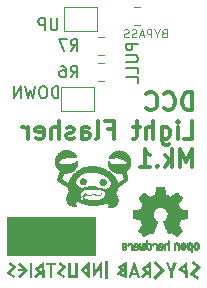
<source format=gbr>
%TF.GenerationSoftware,KiCad,Pcbnew,9.0.6*%
%TF.CreationDate,2025-11-24T18:54:56-06:00*%
%TF.ProjectId,Endor_N_scale_bassic_DCC_decoder_mk1,456e646f-725f-44e5-9f73-63616c655f62,rev?*%
%TF.SameCoordinates,Original*%
%TF.FileFunction,Legend,Bot*%
%TF.FilePolarity,Positive*%
%FSLAX46Y46*%
G04 Gerber Fmt 4.6, Leading zero omitted, Abs format (unit mm)*
G04 Created by KiCad (PCBNEW 9.0.6) date 2025-11-24 18:54:56*
%MOMM*%
%LPD*%
G01*
G04 APERTURE LIST*
%ADD10C,0.100000*%
%ADD11C,0.150000*%
%ADD12C,0.000000*%
%ADD13C,0.250000*%
%ADD14C,0.300000*%
%ADD15C,0.125000*%
%ADD16C,0.010000*%
%ADD17C,0.120000*%
G04 APERTURE END LIST*
D10*
X89750000Y-96500000D02*
X97250000Y-96500000D01*
X97250000Y-99750000D01*
X89750000Y-99750000D01*
X89750000Y-96500000D01*
G36*
X89750000Y-96500000D02*
G01*
X97250000Y-96500000D01*
X97250000Y-99750000D01*
X89750000Y-99750000D01*
X89750000Y-96500000D01*
G37*
D11*
X100869819Y-81836779D02*
X99869819Y-81836779D01*
X99869819Y-81836779D02*
X99869819Y-82217731D01*
X99869819Y-82217731D02*
X99917438Y-82312969D01*
X99917438Y-82312969D02*
X99965057Y-82360588D01*
X99965057Y-82360588D02*
X100060295Y-82408207D01*
X100060295Y-82408207D02*
X100203152Y-82408207D01*
X100203152Y-82408207D02*
X100298390Y-82360588D01*
X100298390Y-82360588D02*
X100346009Y-82312969D01*
X100346009Y-82312969D02*
X100393628Y-82217731D01*
X100393628Y-82217731D02*
X100393628Y-81836779D01*
X99869819Y-82836779D02*
X100679342Y-82836779D01*
X100679342Y-82836779D02*
X100774580Y-82884398D01*
X100774580Y-82884398D02*
X100822200Y-82932017D01*
X100822200Y-82932017D02*
X100869819Y-83027255D01*
X100869819Y-83027255D02*
X100869819Y-83217731D01*
X100869819Y-83217731D02*
X100822200Y-83312969D01*
X100822200Y-83312969D02*
X100774580Y-83360588D01*
X100774580Y-83360588D02*
X100679342Y-83408207D01*
X100679342Y-83408207D02*
X99869819Y-83408207D01*
X100869819Y-84360588D02*
X100869819Y-83884398D01*
X100869819Y-83884398D02*
X99869819Y-83884398D01*
X100869819Y-85170112D02*
X100869819Y-84693922D01*
X100869819Y-84693922D02*
X99869819Y-84693922D01*
D12*
G36*
X99194521Y-93719646D02*
G01*
X99198555Y-93762402D01*
X99201478Y-93806639D01*
X99202968Y-93852618D01*
X99203073Y-93876342D01*
X99202699Y-93900601D01*
X99201803Y-93925426D01*
X99200347Y-93950850D01*
X99198289Y-93976907D01*
X99195589Y-94003628D01*
X99192206Y-94031047D01*
X99188100Y-94059196D01*
X99183217Y-94088108D01*
X99177455Y-94117799D01*
X99170701Y-94148278D01*
X99162843Y-94179553D01*
X99153767Y-94211634D01*
X99143361Y-94244529D01*
X99131512Y-94278247D01*
X99118107Y-94312797D01*
X99103034Y-94348187D01*
X99086179Y-94384427D01*
X99067429Y-94421525D01*
X99046673Y-94459490D01*
X99023796Y-94498331D01*
X98998687Y-94538056D01*
X98991042Y-94549367D01*
X98971232Y-94578675D01*
X98941319Y-94620195D01*
X98908899Y-94662593D01*
X98874185Y-94705691D01*
X98837458Y-94749269D01*
X98798998Y-94793110D01*
X98759084Y-94836994D01*
X98717997Y-94880703D01*
X98633424Y-94966718D01*
X98547517Y-95049407D01*
X98462517Y-95127017D01*
X98380665Y-95197799D01*
X98304200Y-95260001D01*
X98268418Y-95287472D01*
X98233990Y-95312644D01*
X98200758Y-95335653D01*
X98168566Y-95356634D01*
X98137254Y-95375722D01*
X98106666Y-95393053D01*
X98076644Y-95408761D01*
X98047029Y-95422983D01*
X98017664Y-95435852D01*
X97988392Y-95447505D01*
X97959054Y-95458076D01*
X97929493Y-95467701D01*
X97899550Y-95476515D01*
X97869069Y-95484654D01*
X97805858Y-95499444D01*
X97737201Y-95513266D01*
X97661982Y-95526353D01*
X97581254Y-95538346D01*
X97496072Y-95548886D01*
X97407491Y-95557617D01*
X97316565Y-95564178D01*
X97224348Y-95568213D01*
X97131894Y-95569362D01*
X97039220Y-95567419D01*
X96945882Y-95562430D01*
X96852252Y-95554417D01*
X96758700Y-95543404D01*
X96665594Y-95529413D01*
X96573306Y-95512469D01*
X96482206Y-95492593D01*
X96392663Y-95469808D01*
X96304245Y-95443754D01*
X96260193Y-95429298D01*
X96216237Y-95413832D01*
X96172371Y-95397313D01*
X96128589Y-95379701D01*
X96084884Y-95360952D01*
X96041249Y-95341025D01*
X95997679Y-95319876D01*
X95954166Y-95297464D01*
X95910705Y-95273746D01*
X95867289Y-95248680D01*
X95823911Y-95222224D01*
X95780566Y-95194336D01*
X95737246Y-95164972D01*
X95693946Y-95134092D01*
X95650454Y-95101577D01*
X95606690Y-95067434D01*
X95562847Y-95031802D01*
X95532133Y-95005831D01*
X96028885Y-95005831D01*
X96146087Y-95093733D01*
X96191227Y-95022471D01*
X96195262Y-95017446D01*
X96199072Y-95012124D01*
X96202696Y-95006559D01*
X96206176Y-95000802D01*
X96212865Y-94988925D01*
X96219467Y-94976911D01*
X96222838Y-94970985D01*
X96226308Y-94965181D01*
X96229921Y-94959554D01*
X96233715Y-94954155D01*
X96237733Y-94949036D01*
X96242014Y-94944250D01*
X96246601Y-94939850D01*
X96249021Y-94937811D01*
X96251533Y-94935888D01*
X96251638Y-94935758D01*
X96254118Y-94932967D01*
X96256728Y-94929479D01*
X96256908Y-94929219D01*
X96257298Y-94928702D01*
X96257272Y-94928676D01*
X96262749Y-94920925D01*
X96275565Y-94924671D01*
X96275539Y-94924876D01*
X96369166Y-94946743D01*
X96462655Y-94970052D01*
X96649289Y-95018255D01*
X96726863Y-95040085D01*
X96805202Y-95058901D01*
X96884197Y-95074561D01*
X96923907Y-95081164D01*
X96963740Y-95086925D01*
X97003682Y-95091828D01*
X97043720Y-95095855D01*
X97083840Y-95098987D01*
X97124028Y-95101208D01*
X97164272Y-95102500D01*
X97204556Y-95102846D01*
X97244868Y-95102228D01*
X97285193Y-95100628D01*
X97322555Y-95097863D01*
X97340670Y-95097349D01*
X97358715Y-95096341D01*
X97376692Y-95094866D01*
X97394605Y-95092948D01*
X97412454Y-95090612D01*
X97430242Y-95087885D01*
X97465643Y-95081353D01*
X97500822Y-95073554D01*
X97535797Y-95064688D01*
X97570584Y-95054957D01*
X97605199Y-95044562D01*
X97650365Y-95025447D01*
X97695219Y-95005210D01*
X97739604Y-94983749D01*
X97783366Y-94960964D01*
X97826350Y-94936754D01*
X97868400Y-94911020D01*
X97889027Y-94897549D01*
X97909362Y-94883660D01*
X97929386Y-94869339D01*
X97949080Y-94854574D01*
X97959886Y-94847971D01*
X97970164Y-94840873D01*
X97979942Y-94833309D01*
X97989247Y-94825307D01*
X97998105Y-94816894D01*
X98006545Y-94808100D01*
X98014592Y-94798953D01*
X98022274Y-94789480D01*
X98029617Y-94779710D01*
X98036650Y-94769672D01*
X98043399Y-94759394D01*
X98049890Y-94748903D01*
X98056152Y-94738228D01*
X98062210Y-94727398D01*
X98073827Y-94705384D01*
X98081461Y-94691227D01*
X98088284Y-94676610D01*
X98094304Y-94661585D01*
X98099529Y-94646203D01*
X98103965Y-94630518D01*
X98107621Y-94614582D01*
X98110504Y-94598446D01*
X98112622Y-94582163D01*
X98113983Y-94565786D01*
X98114594Y-94549367D01*
X98114463Y-94532958D01*
X98113598Y-94516611D01*
X98112006Y-94500379D01*
X98109695Y-94484314D01*
X98106672Y-94468468D01*
X98102946Y-94452893D01*
X98093243Y-94440713D01*
X98082903Y-94429236D01*
X98071979Y-94418413D01*
X98060523Y-94408193D01*
X98048589Y-94398526D01*
X98036229Y-94389361D01*
X98023497Y-94380649D01*
X98010445Y-94372340D01*
X97997126Y-94364382D01*
X97983593Y-94356727D01*
X97956097Y-94342120D01*
X97900866Y-94314323D01*
X97663808Y-94268169D01*
X97545170Y-94245670D01*
X97426321Y-94224302D01*
X97402600Y-94219417D01*
X97378817Y-94215093D01*
X97331081Y-94207973D01*
X97283154Y-94202628D01*
X97235075Y-94198742D01*
X97186883Y-94196000D01*
X97138618Y-94194087D01*
X97042029Y-94191488D01*
X97022092Y-94190795D01*
X97002151Y-94190258D01*
X96982209Y-94189877D01*
X96962266Y-94189653D01*
X96892482Y-94190095D01*
X96822746Y-94192422D01*
X96753104Y-94196619D01*
X96683600Y-94202666D01*
X96614278Y-94210548D01*
X96545184Y-94220246D01*
X96476362Y-94231744D01*
X96407856Y-94245025D01*
X96389674Y-94250285D01*
X96371993Y-94256547D01*
X96354768Y-94263715D01*
X96337950Y-94271694D01*
X96321494Y-94280388D01*
X96305352Y-94289703D01*
X96289479Y-94299543D01*
X96273826Y-94309811D01*
X96242999Y-94331255D01*
X96212497Y-94353272D01*
X96181946Y-94375099D01*
X96166535Y-94385702D01*
X96150973Y-94395971D01*
X96139504Y-94408864D01*
X96128598Y-94422346D01*
X96118278Y-94436376D01*
X96108567Y-94450912D01*
X96099490Y-94465913D01*
X96091070Y-94481336D01*
X96083330Y-94497140D01*
X96076294Y-94513282D01*
X96069986Y-94529722D01*
X96064429Y-94546416D01*
X96059647Y-94563324D01*
X96055664Y-94580404D01*
X96052502Y-94597613D01*
X96050187Y-94614909D01*
X96048741Y-94632252D01*
X96048188Y-94649599D01*
X96057688Y-94700775D01*
X96060442Y-94714015D01*
X96063539Y-94727215D01*
X96067074Y-94740266D01*
X96071142Y-94753060D01*
X96075840Y-94765486D01*
X96081262Y-94777436D01*
X96087504Y-94788800D01*
X96090963Y-94794229D01*
X96094662Y-94799471D01*
X96098614Y-94804511D01*
X96102831Y-94809337D01*
X96107325Y-94813935D01*
X96112106Y-94818291D01*
X96117189Y-94822392D01*
X96122584Y-94826223D01*
X96128303Y-94829772D01*
X96134359Y-94833025D01*
X96134373Y-94833032D01*
X96134386Y-94833039D01*
X96134399Y-94833047D01*
X96134412Y-94833055D01*
X96134437Y-94833072D01*
X96134461Y-94833089D01*
X96134486Y-94833106D01*
X96134511Y-94833123D01*
X96134523Y-94833131D01*
X96134536Y-94833139D01*
X96134550Y-94833147D01*
X96134564Y-94833155D01*
X96138698Y-94835454D01*
X96134874Y-94840002D01*
X96028885Y-95005831D01*
X95532133Y-95005831D01*
X95519114Y-94994822D01*
X95475684Y-94956635D01*
X95432747Y-94917382D01*
X95390494Y-94877203D01*
X95349116Y-94836238D01*
X95308805Y-94794629D01*
X95269751Y-94752516D01*
X95232146Y-94710040D01*
X95196181Y-94667341D01*
X95162046Y-94624559D01*
X95129933Y-94581836D01*
X95100033Y-94539312D01*
X95072537Y-94497128D01*
X95047603Y-94455493D01*
X95025197Y-94414485D01*
X95005223Y-94374043D01*
X94987585Y-94334109D01*
X94972187Y-94294622D01*
X94958933Y-94255524D01*
X94947727Y-94216756D01*
X94938472Y-94178257D01*
X94931073Y-94139968D01*
X94925434Y-94101831D01*
X94921458Y-94063785D01*
X94919049Y-94025771D01*
X94918112Y-93987730D01*
X94918550Y-93949603D01*
X94920266Y-93911330D01*
X94923166Y-93872851D01*
X94927148Y-93834344D01*
X94932161Y-93796036D01*
X94938188Y-93757939D01*
X94945208Y-93720066D01*
X94953204Y-93682430D01*
X94962157Y-93645043D01*
X94972047Y-93607918D01*
X94981087Y-93577099D01*
X95638332Y-93577099D01*
X95638374Y-93590315D01*
X95639153Y-93603686D01*
X95640701Y-93617242D01*
X95643048Y-93631015D01*
X95646224Y-93645035D01*
X95650294Y-93659470D01*
X95655265Y-93674406D01*
X95661079Y-93689750D01*
X95667679Y-93705411D01*
X95675006Y-93721298D01*
X95683003Y-93737317D01*
X95691613Y-93753379D01*
X95700777Y-93769390D01*
X95710437Y-93785259D01*
X95720537Y-93800894D01*
X95731018Y-93816204D01*
X95741822Y-93831097D01*
X95752892Y-93845481D01*
X95764170Y-93859263D01*
X95775599Y-93872353D01*
X95787119Y-93884659D01*
X95798827Y-93896281D01*
X95810851Y-93907384D01*
X95823188Y-93917968D01*
X95835832Y-93928034D01*
X95848780Y-93937585D01*
X95862026Y-93946621D01*
X95875568Y-93955144D01*
X95889399Y-93963155D01*
X95903517Y-93970655D01*
X95917916Y-93977645D01*
X95932592Y-93984128D01*
X95947540Y-93990104D01*
X95962757Y-93995574D01*
X95978238Y-94000541D01*
X95993979Y-94005004D01*
X96009974Y-94008967D01*
X96026355Y-94012479D01*
X96043212Y-94015596D01*
X96060480Y-94018318D01*
X96078095Y-94020648D01*
X96095990Y-94022588D01*
X96114103Y-94024140D01*
X96150720Y-94026089D01*
X96187426Y-94026514D01*
X96223705Y-94025430D01*
X96241521Y-94024329D01*
X96259036Y-94022857D01*
X96276185Y-94021017D01*
X96292903Y-94018811D01*
X96309227Y-94016246D01*
X96325280Y-94013346D01*
X96356816Y-94006639D01*
X96387999Y-93998887D01*
X96419318Y-93990290D01*
X96484318Y-93971355D01*
X96518978Y-93961415D01*
X96555729Y-93951425D01*
X96594855Y-93941571D01*
X96635798Y-93932016D01*
X96677779Y-93922920D01*
X96720019Y-93914444D01*
X96761741Y-93906749D01*
X96802167Y-93899995D01*
X96840519Y-93894344D01*
X96876019Y-93889956D01*
X96908186Y-93886941D01*
X96923208Y-93885942D01*
X96937679Y-93885276D01*
X96951715Y-93884938D01*
X96965433Y-93884922D01*
X96978948Y-93885226D01*
X96992379Y-93885842D01*
X97005841Y-93886767D01*
X97019451Y-93887996D01*
X97047584Y-93891346D01*
X97077708Y-93895854D01*
X97110759Y-93901479D01*
X97186993Y-93915872D01*
X97228881Y-93924471D01*
X97272245Y-93933885D01*
X97316307Y-93944025D01*
X97360289Y-93954802D01*
X97403412Y-93966126D01*
X97444899Y-93977909D01*
X97484280Y-93990066D01*
X97522024Y-94002478D01*
X97595104Y-94027478D01*
X97631692Y-94039775D01*
X97669149Y-94051743D01*
X97708099Y-94063234D01*
X97749170Y-94074104D01*
X97793405Y-94084297D01*
X97840654Y-94093725D01*
X97889746Y-94102191D01*
X97939512Y-94109498D01*
X97988783Y-94115452D01*
X98036391Y-94119854D01*
X98081165Y-94122510D01*
X98121938Y-94123223D01*
X98140668Y-94122812D01*
X98158525Y-94121885D01*
X98175582Y-94120409D01*
X98191913Y-94118355D01*
X98207591Y-94115692D01*
X98222689Y-94112388D01*
X98237281Y-94108413D01*
X98251439Y-94103736D01*
X98265237Y-94098327D01*
X98278748Y-94092154D01*
X98292045Y-94085188D01*
X98305202Y-94077396D01*
X98318293Y-94068748D01*
X98331389Y-94059214D01*
X98344564Y-94048762D01*
X98357892Y-94037362D01*
X98371520Y-94024871D01*
X98385466Y-94011240D01*
X98399611Y-93996585D01*
X98413835Y-93981019D01*
X98428018Y-93964656D01*
X98442042Y-93947610D01*
X98455786Y-93929995D01*
X98469131Y-93911925D01*
X98481958Y-93893514D01*
X98494146Y-93874877D01*
X98505577Y-93856126D01*
X98516131Y-93837376D01*
X98525688Y-93818741D01*
X98534129Y-93800335D01*
X98541334Y-93782272D01*
X98547183Y-93764666D01*
X98551723Y-93747380D01*
X98555090Y-93730180D01*
X98557302Y-93713035D01*
X98558375Y-93695912D01*
X98558327Y-93678781D01*
X98557175Y-93661609D01*
X98554937Y-93644365D01*
X98551630Y-93627016D01*
X98547272Y-93609532D01*
X98541878Y-93591880D01*
X98535468Y-93574030D01*
X98528058Y-93555948D01*
X98519665Y-93537604D01*
X98510306Y-93518965D01*
X98500000Y-93500000D01*
X98488763Y-93480678D01*
X98476566Y-93460910D01*
X98463408Y-93440684D01*
X98449351Y-93420084D01*
X98434457Y-93399191D01*
X98418786Y-93378089D01*
X98402400Y-93356860D01*
X98385360Y-93335587D01*
X98367728Y-93314351D01*
X98349565Y-93293237D01*
X98330932Y-93272326D01*
X98311891Y-93251702D01*
X98292503Y-93231446D01*
X98272829Y-93211641D01*
X98252931Y-93192371D01*
X98232870Y-93173717D01*
X98212707Y-93155762D01*
X98192415Y-93138494D01*
X98171915Y-93121828D01*
X98151194Y-93105744D01*
X98130239Y-93090219D01*
X98109037Y-93075232D01*
X98087575Y-93060761D01*
X98065839Y-93046783D01*
X98043816Y-93033276D01*
X98021494Y-93020220D01*
X97998858Y-93007591D01*
X97975895Y-92995368D01*
X97952594Y-92983529D01*
X97928939Y-92972052D01*
X97904919Y-92960915D01*
X97855727Y-92939574D01*
X97804770Y-92919300D01*
X97751861Y-92900051D01*
X97696985Y-92881894D01*
X97640127Y-92864898D01*
X97581272Y-92849132D01*
X97520405Y-92834663D01*
X97457512Y-92821561D01*
X97392577Y-92809892D01*
X97325531Y-92799671D01*
X97256891Y-92790820D01*
X97187525Y-92783271D01*
X97118298Y-92776956D01*
X97050079Y-92771808D01*
X96983733Y-92767759D01*
X96920127Y-92764741D01*
X96860129Y-92762685D01*
X96831697Y-92762001D01*
X96804271Y-92761547D01*
X96777792Y-92761334D01*
X96752202Y-92761367D01*
X96752202Y-92761368D01*
X96715365Y-92761902D01*
X96680220Y-92763039D01*
X96646576Y-92764809D01*
X96614246Y-92767237D01*
X96583040Y-92770354D01*
X96552771Y-92774186D01*
X96523249Y-92778760D01*
X96494285Y-92784106D01*
X96456074Y-92792523D01*
X96437023Y-92797342D01*
X96417978Y-92802600D01*
X96398917Y-92808323D01*
X96379817Y-92814536D01*
X96360654Y-92821263D01*
X96341408Y-92828530D01*
X96322054Y-92836361D01*
X96302570Y-92844782D01*
X96282934Y-92853818D01*
X96263122Y-92863493D01*
X96243112Y-92873832D01*
X96222882Y-92884861D01*
X96202408Y-92896603D01*
X96181669Y-92909086D01*
X96160553Y-92922401D01*
X96139030Y-92936575D01*
X96095154Y-92967178D01*
X96050818Y-93000258D01*
X96006800Y-93035178D01*
X95963875Y-93071300D01*
X95922823Y-93107989D01*
X95884419Y-93144606D01*
X95866453Y-93162689D01*
X95849441Y-93180516D01*
X95833376Y-93198084D01*
X95818168Y-93215442D01*
X95803785Y-93232584D01*
X95790196Y-93249504D01*
X95777371Y-93266197D01*
X95765279Y-93282656D01*
X95753889Y-93298875D01*
X95743170Y-93314849D01*
X95733091Y-93330572D01*
X95723622Y-93346038D01*
X95706388Y-93376176D01*
X95691221Y-93405215D01*
X95677875Y-93433110D01*
X95671808Y-93446661D01*
X95666144Y-93460027D01*
X95660913Y-93473239D01*
X95656147Y-93486328D01*
X95651875Y-93499325D01*
X95648128Y-93512260D01*
X95644937Y-93525166D01*
X95642331Y-93538071D01*
X95640341Y-93551008D01*
X95638998Y-93564007D01*
X95638332Y-93577099D01*
X94981087Y-93577099D01*
X94982856Y-93571069D01*
X94994565Y-93534508D01*
X95007156Y-93498247D01*
X95020610Y-93462300D01*
X95034907Y-93426680D01*
X95050029Y-93391399D01*
X95065957Y-93356470D01*
X95082673Y-93321905D01*
X95100158Y-93287719D01*
X95118345Y-93254078D01*
X95137182Y-93221122D01*
X95156674Y-93188817D01*
X95176825Y-93157130D01*
X95197639Y-93126030D01*
X95219120Y-93095483D01*
X95241272Y-93065457D01*
X95264100Y-93035918D01*
X95287607Y-93006835D01*
X95311798Y-92978174D01*
X95336676Y-92949903D01*
X95362247Y-92921990D01*
X95388513Y-92894400D01*
X95415480Y-92867103D01*
X95471531Y-92813252D01*
X95530610Y-92760083D01*
X95592448Y-92707742D01*
X95656355Y-92656710D01*
X95721642Y-92607472D01*
X95787620Y-92560511D01*
X95853601Y-92516312D01*
X95918897Y-92475358D01*
X95982817Y-92438133D01*
X96014164Y-92420989D01*
X96045237Y-92404737D01*
X96076089Y-92389345D01*
X96106776Y-92374784D01*
X96137350Y-92361023D01*
X96167867Y-92348030D01*
X96198379Y-92335775D01*
X96228941Y-92324228D01*
X96259606Y-92313357D01*
X96290429Y-92303131D01*
X96352764Y-92284496D01*
X96416378Y-92268074D01*
X96481701Y-92253622D01*
X96549135Y-92240919D01*
X96618633Y-92229955D01*
X96689960Y-92220794D01*
X96762879Y-92213498D01*
X96837154Y-92208131D01*
X96912548Y-92204758D01*
X96988825Y-92203441D01*
X97065749Y-92204245D01*
X97143332Y-92207284D01*
X97221734Y-92212744D01*
X97300941Y-92220790D01*
X97380938Y-92231589D01*
X97461710Y-92245309D01*
X97543242Y-92262116D01*
X97625519Y-92282177D01*
X97708526Y-92305660D01*
X97792484Y-92332678D01*
X97877094Y-92362912D01*
X97961564Y-92395874D01*
X98045101Y-92431076D01*
X98126912Y-92468033D01*
X98206206Y-92506256D01*
X98282189Y-92545260D01*
X98354068Y-92584557D01*
X98421484Y-92623949D01*
X98484836Y-92663732D01*
X98515096Y-92683849D01*
X98544469Y-92704160D01*
X98572999Y-92724695D01*
X98600729Y-92745488D01*
X98627702Y-92766569D01*
X98653962Y-92787971D01*
X98679551Y-92809725D01*
X98704512Y-92831864D01*
X98728890Y-92854419D01*
X98752727Y-92877421D01*
X98776066Y-92900904D01*
X98798950Y-92924899D01*
X98821513Y-92949530D01*
X98843816Y-92974836D01*
X98865799Y-93000714D01*
X98887403Y-93027065D01*
X98929227Y-93080780D01*
X98968805Y-93135173D01*
X99005653Y-93189439D01*
X99039287Y-93242770D01*
X99069224Y-93294359D01*
X99082654Y-93319249D01*
X99094979Y-93343400D01*
X99106221Y-93366831D01*
X99116485Y-93389662D01*
X99125827Y-93411950D01*
X99134306Y-93433752D01*
X99141979Y-93455125D01*
X99148903Y-93476126D01*
X99155137Y-93496811D01*
X99160739Y-93517236D01*
X99165765Y-93537459D01*
X99170274Y-93557536D01*
X99177972Y-93597479D01*
X99184294Y-93637519D01*
X99189702Y-93678108D01*
X99191767Y-93695912D01*
X99194521Y-93719646D01*
G37*
G36*
X96429457Y-94594228D02*
G01*
X96469610Y-94629911D01*
X96262723Y-94921082D01*
X96138415Y-94835350D01*
X96403179Y-94505991D01*
X96429457Y-94594228D01*
G37*
G36*
X97788457Y-94468602D02*
G01*
X97788700Y-94468678D01*
X97788964Y-94468801D01*
X97789247Y-94468973D01*
X97789552Y-94469199D01*
X97789878Y-94469480D01*
X97790227Y-94469821D01*
X97790600Y-94470225D01*
X97790998Y-94470695D01*
X97791422Y-94471234D01*
X97792349Y-94472534D01*
X97793389Y-94474150D01*
X97794549Y-94476110D01*
X97797207Y-94481116D01*
X97800120Y-94487524D01*
X97801593Y-94491229D01*
X97803033Y-94495256D01*
X97804410Y-94499595D01*
X97805691Y-94504236D01*
X97806845Y-94509171D01*
X97807840Y-94514389D01*
X97808643Y-94519881D01*
X97809224Y-94525637D01*
X97809550Y-94531648D01*
X97809589Y-94537904D01*
X97809310Y-94544396D01*
X97808680Y-94551114D01*
X97807676Y-94558045D01*
X97806302Y-94565165D01*
X97804569Y-94572446D01*
X97802490Y-94579860D01*
X97800076Y-94587379D01*
X97797340Y-94594975D01*
X97794294Y-94602621D01*
X97790949Y-94610288D01*
X97787317Y-94617948D01*
X97783411Y-94625575D01*
X97779242Y-94633139D01*
X97774822Y-94640613D01*
X97770163Y-94647970D01*
X97765278Y-94655181D01*
X97760177Y-94662218D01*
X97754874Y-94669054D01*
X97749377Y-94675664D01*
X97743690Y-94682040D01*
X97737814Y-94688175D01*
X97731749Y-94694064D01*
X97725496Y-94699702D01*
X97719056Y-94705082D01*
X97712430Y-94710199D01*
X97705619Y-94715049D01*
X97698622Y-94719624D01*
X97691442Y-94723920D01*
X97684078Y-94727931D01*
X97676533Y-94731651D01*
X97668805Y-94735075D01*
X97660897Y-94738197D01*
X97652809Y-94741013D01*
X97644542Y-94743515D01*
X97636095Y-94745701D01*
X97627460Y-94747575D01*
X97618627Y-94749146D01*
X97609588Y-94750419D01*
X97600332Y-94751403D01*
X97590850Y-94752104D01*
X97581132Y-94752530D01*
X97571169Y-94752687D01*
X97560951Y-94752583D01*
X97550469Y-94752225D01*
X97528674Y-94750776D01*
X97505706Y-94748397D01*
X97481490Y-94745146D01*
X97456018Y-94741100D01*
X97429551Y-94736424D01*
X97374963Y-94725919D01*
X97320375Y-94715109D01*
X97268436Y-94705470D01*
X97244216Y-94701512D01*
X97221219Y-94698166D01*
X97199343Y-94695381D01*
X97178486Y-94693105D01*
X97158546Y-94691288D01*
X97139422Y-94689878D01*
X97121010Y-94688825D01*
X97103210Y-94688078D01*
X97085907Y-94687601D01*
X97068935Y-94687424D01*
X97052116Y-94687590D01*
X97035272Y-94688146D01*
X97018224Y-94689134D01*
X97000793Y-94690600D01*
X96982802Y-94692588D01*
X96964073Y-94695143D01*
X96944482Y-94698281D01*
X96924133Y-94701903D01*
X96881799Y-94710090D01*
X96838344Y-94718684D01*
X96816595Y-94722815D01*
X96795042Y-94726666D01*
X96773815Y-94730120D01*
X96752912Y-94733095D01*
X96732302Y-94735523D01*
X96711954Y-94737333D01*
X96691834Y-94738455D01*
X96671913Y-94738819D01*
X96662016Y-94738695D01*
X96652156Y-94738355D01*
X96642330Y-94737791D01*
X96632534Y-94736993D01*
X96622765Y-94735953D01*
X96613031Y-94734657D01*
X96603342Y-94733092D01*
X96593707Y-94731244D01*
X96584136Y-94729100D01*
X96574638Y-94726646D01*
X96565222Y-94723870D01*
X96555900Y-94720756D01*
X96546679Y-94717292D01*
X96537569Y-94713464D01*
X96528581Y-94709259D01*
X96519723Y-94704663D01*
X96511005Y-94699663D01*
X96502437Y-94694244D01*
X96494028Y-94688394D01*
X96485787Y-94682099D01*
X96477728Y-94675356D01*
X96469868Y-94668205D01*
X96462232Y-94660695D01*
X96454841Y-94652877D01*
X96447718Y-94644802D01*
X96440884Y-94636518D01*
X96434363Y-94628077D01*
X96428176Y-94619529D01*
X96422345Y-94610923D01*
X96416894Y-94602310D01*
X96411843Y-94593739D01*
X96407217Y-94585262D01*
X96403036Y-94576929D01*
X96399323Y-94568788D01*
X96396101Y-94560892D01*
X96393391Y-94553289D01*
X96392235Y-94549613D01*
X96391210Y-94546026D01*
X96390316Y-94542532D01*
X96389550Y-94539135D01*
X96388911Y-94535838D01*
X96388397Y-94532644D01*
X96388005Y-94529557D01*
X96387735Y-94526580D01*
X96387584Y-94523717D01*
X96387551Y-94520972D01*
X96387634Y-94518347D01*
X96387830Y-94515847D01*
X96388139Y-94513474D01*
X96388559Y-94511233D01*
X96389087Y-94509127D01*
X96389722Y-94507158D01*
X96390462Y-94505332D01*
X96391305Y-94503650D01*
X96392250Y-94502118D01*
X96393295Y-94500737D01*
X96394438Y-94499512D01*
X96395676Y-94498446D01*
X96397009Y-94497543D01*
X96398435Y-94496806D01*
X96399951Y-94496239D01*
X96401557Y-94495844D01*
X96403249Y-94495626D01*
X96405027Y-94495589D01*
X96406889Y-94495734D01*
X96408832Y-94496067D01*
X96410855Y-94496590D01*
X96412957Y-94497307D01*
X96417390Y-94499322D01*
X96422128Y-94502066D01*
X96427173Y-94505477D01*
X96432523Y-94509493D01*
X96438179Y-94514055D01*
X96444140Y-94519099D01*
X96456980Y-94530393D01*
X96471044Y-94542884D01*
X96486330Y-94556082D01*
X96494431Y-94562792D01*
X96502839Y-94569496D01*
X96511552Y-94576132D01*
X96520571Y-94582637D01*
X96529889Y-94588959D01*
X96539477Y-94595074D01*
X96549297Y-94600966D01*
X96559312Y-94606620D01*
X96569487Y-94612018D01*
X96579785Y-94617146D01*
X96590169Y-94621987D01*
X96600602Y-94626525D01*
X96611047Y-94630746D01*
X96621469Y-94634631D01*
X96631831Y-94638167D01*
X96642095Y-94641336D01*
X96652225Y-94644123D01*
X96662185Y-94646512D01*
X96671939Y-94648487D01*
X96681448Y-94650032D01*
X96690690Y-94651139D01*
X96699694Y-94651827D01*
X96708500Y-94652126D01*
X96717150Y-94652062D01*
X96725685Y-94651664D01*
X96734147Y-94650959D01*
X96742577Y-94649976D01*
X96751017Y-94648741D01*
X96768091Y-94645632D01*
X96785699Y-94641854D01*
X96823847Y-94633184D01*
X96844947Y-94628707D01*
X96867302Y-94624275D01*
X96914680Y-94615724D01*
X96963791Y-94607885D01*
X97012443Y-94601117D01*
X97035962Y-94598241D01*
X97058837Y-94595741D01*
X97081087Y-94593636D01*
X97102733Y-94591945D01*
X97123793Y-94590687D01*
X97144286Y-94589881D01*
X97164231Y-94589547D01*
X97183648Y-94589703D01*
X97202569Y-94590358D01*
X97221082Y-94591478D01*
X97239289Y-94593018D01*
X97257293Y-94594934D01*
X97275194Y-94597181D01*
X97293096Y-94599715D01*
X97329307Y-94605465D01*
X97366512Y-94611842D01*
X97404379Y-94618577D01*
X97479859Y-94632097D01*
X97516316Y-94638296D01*
X97533924Y-94641020D01*
X97550990Y-94643375D01*
X97567419Y-94645270D01*
X97583116Y-94646619D01*
X97597985Y-94647330D01*
X97605079Y-94647419D01*
X97611931Y-94647315D01*
X97618531Y-94647009D01*
X97624889Y-94646502D01*
X97631016Y-94645793D01*
X97636924Y-94644886D01*
X97642624Y-94643781D01*
X97648130Y-94642481D01*
X97653453Y-94640986D01*
X97658604Y-94639298D01*
X97663597Y-94637420D01*
X97668442Y-94635351D01*
X97673151Y-94633095D01*
X97677737Y-94630653D01*
X97682212Y-94628026D01*
X97686587Y-94625216D01*
X97690875Y-94622224D01*
X97695087Y-94619053D01*
X97699233Y-94615704D01*
X97703312Y-94612188D01*
X97707321Y-94608513D01*
X97711257Y-94604692D01*
X97715116Y-94600734D01*
X97718895Y-94596649D01*
X97722592Y-94592448D01*
X97726203Y-94588141D01*
X97729725Y-94583738D01*
X97733154Y-94579250D01*
X97736488Y-94574688D01*
X97739723Y-94570061D01*
X97742856Y-94565379D01*
X97745884Y-94560654D01*
X97748804Y-94555896D01*
X97751612Y-94551114D01*
X97754306Y-94546322D01*
X97756886Y-94541536D01*
X97759351Y-94536777D01*
X97761701Y-94532066D01*
X97766057Y-94522863D01*
X97769955Y-94514088D01*
X97773395Y-94505898D01*
X97776376Y-94498453D01*
X97780961Y-94486437D01*
X97780962Y-94486437D01*
X97783798Y-94478862D01*
X97784688Y-94476462D01*
X97785310Y-94474751D01*
X97785540Y-94474098D01*
X97785728Y-94473550D01*
X97785881Y-94473084D01*
X97786006Y-94472679D01*
X97786112Y-94472312D01*
X97786208Y-94471962D01*
X97786397Y-94471219D01*
X97786636Y-94470336D01*
X97786792Y-94469885D01*
X97786983Y-94469461D01*
X97787215Y-94469091D01*
X97787349Y-94468934D01*
X97787496Y-94468801D01*
X97787656Y-94468695D01*
X97787832Y-94468619D01*
X97788023Y-94468576D01*
X97788231Y-94468569D01*
X97788457Y-94468602D01*
G37*
G36*
X95941735Y-95225069D02*
G01*
X95833628Y-95256850D01*
X95833593Y-95257102D01*
X95833533Y-95257337D01*
X95833449Y-95257555D01*
X95833341Y-95257758D01*
X95833211Y-95257945D01*
X95833057Y-95258117D01*
X95832882Y-95258275D01*
X95832684Y-95258418D01*
X95832465Y-95258548D01*
X95832225Y-95258666D01*
X95831964Y-95258771D01*
X95831682Y-95258864D01*
X95831381Y-95258945D01*
X95831061Y-95259016D01*
X95830721Y-95259076D01*
X95830363Y-95259126D01*
X95829986Y-95259167D01*
X95829592Y-95259199D01*
X95828752Y-95259238D01*
X95827846Y-95259248D01*
X95826877Y-95259232D01*
X95825848Y-95259194D01*
X95824764Y-95259140D01*
X95822440Y-95258994D01*
X95801458Y-95257699D01*
X95788919Y-95257104D01*
X95775649Y-95256690D01*
X95762127Y-95256564D01*
X95748831Y-95256834D01*
X95742416Y-95257151D01*
X95736237Y-95257608D01*
X95730352Y-95258218D01*
X95724823Y-95258994D01*
X95719693Y-95259948D01*
X95714953Y-95261080D01*
X95710575Y-95262384D01*
X95706534Y-95263859D01*
X95702804Y-95265501D01*
X95699359Y-95267306D01*
X95696174Y-95269271D01*
X95693221Y-95271393D01*
X95690475Y-95273667D01*
X95687911Y-95276092D01*
X95685502Y-95278663D01*
X95683222Y-95281376D01*
X95681046Y-95284230D01*
X95678947Y-95287219D01*
X95676900Y-95290341D01*
X95674878Y-95293592D01*
X95670854Y-95300477D01*
X95668864Y-95304114D01*
X95666901Y-95307884D01*
X95664974Y-95311790D01*
X95663091Y-95315833D01*
X95661263Y-95320015D01*
X95659498Y-95324339D01*
X95657804Y-95328808D01*
X95656192Y-95333423D01*
X95654670Y-95338186D01*
X95653248Y-95343101D01*
X95651933Y-95348168D01*
X95650736Y-95353391D01*
X95649665Y-95358771D01*
X95648729Y-95364311D01*
X95647937Y-95370010D01*
X95647287Y-95375852D01*
X95646779Y-95381817D01*
X95646413Y-95387887D01*
X95646185Y-95394043D01*
X95646097Y-95400265D01*
X95646146Y-95406534D01*
X95646331Y-95412832D01*
X95646651Y-95419138D01*
X95647105Y-95425435D01*
X95647692Y-95431702D01*
X95648411Y-95437920D01*
X95649260Y-95444071D01*
X95650239Y-95450136D01*
X95651345Y-95456094D01*
X95652579Y-95461928D01*
X95653938Y-95467622D01*
X95655418Y-95473181D01*
X95657012Y-95478615D01*
X95658716Y-95483931D01*
X95660523Y-95489139D01*
X95662428Y-95494249D01*
X95664425Y-95499268D01*
X95666509Y-95504206D01*
X95670914Y-95513875D01*
X95675599Y-95523327D01*
X95680518Y-95532636D01*
X95685627Y-95541872D01*
X95696161Y-95560197D01*
X95706480Y-95577801D01*
X95715791Y-95593963D01*
X95719820Y-95601279D01*
X95723299Y-95607965D01*
X95724798Y-95611047D01*
X95726108Y-95613954D01*
X95727199Y-95616693D01*
X95728044Y-95619268D01*
X95728365Y-95620496D01*
X95728614Y-95621686D01*
X95728787Y-95622837D01*
X95728881Y-95623952D01*
X95728892Y-95625030D01*
X95728817Y-95626071D01*
X95728652Y-95627078D01*
X95728394Y-95628050D01*
X95728039Y-95628989D01*
X95727584Y-95629894D01*
X95727024Y-95630767D01*
X95726358Y-95631608D01*
X95725580Y-95632418D01*
X95724688Y-95633198D01*
X95723678Y-95633949D01*
X95722547Y-95634670D01*
X95721291Y-95635364D01*
X95719906Y-95636030D01*
X95718389Y-95636669D01*
X95716736Y-95637282D01*
X95714945Y-95637870D01*
X95713011Y-95638433D01*
X95710930Y-95638972D01*
X95708700Y-95639488D01*
X95703785Y-95640452D01*
X95698276Y-95641331D01*
X95685555Y-95642849D01*
X95670688Y-95644078D01*
X95653831Y-95645054D01*
X95635136Y-95645815D01*
X95614757Y-95646395D01*
X95569562Y-95647162D01*
X95519650Y-95647485D01*
X95493578Y-95647335D01*
X95467147Y-95646870D01*
X95440643Y-95646008D01*
X95414355Y-95644670D01*
X95388572Y-95642773D01*
X95363579Y-95640237D01*
X95339608Y-95637006D01*
X95316645Y-95633118D01*
X95294619Y-95628636D01*
X95273458Y-95623624D01*
X95253089Y-95618143D01*
X95233441Y-95612256D01*
X95214442Y-95606026D01*
X95196018Y-95599516D01*
X95178115Y-95592776D01*
X95160734Y-95585800D01*
X95143894Y-95578572D01*
X95127612Y-95571074D01*
X95111907Y-95563288D01*
X95096796Y-95555196D01*
X95082298Y-95546779D01*
X95068429Y-95538021D01*
X95061733Y-95533506D01*
X95055179Y-95528885D01*
X95048746Y-95524146D01*
X95042415Y-95519272D01*
X95036164Y-95514249D01*
X95029974Y-95509063D01*
X95023825Y-95503699D01*
X95017696Y-95498142D01*
X95011567Y-95492378D01*
X95005418Y-95486392D01*
X94999228Y-95480170D01*
X94992977Y-95473697D01*
X94980213Y-95459940D01*
X94966963Y-95445004D01*
X94953138Y-95428831D01*
X94938945Y-95411605D01*
X94924663Y-95393569D01*
X94910570Y-95374966D01*
X94896946Y-95356039D01*
X94884069Y-95337031D01*
X94877997Y-95327572D01*
X94872218Y-95318184D01*
X94866764Y-95308897D01*
X94861672Y-95299741D01*
X94856966Y-95290742D01*
X94852631Y-95281896D01*
X94848642Y-95273198D01*
X94844976Y-95264638D01*
X94841606Y-95256209D01*
X94838509Y-95247902D01*
X94833032Y-95231626D01*
X94828349Y-95215746D01*
X94824260Y-95200200D01*
X94817075Y-95169853D01*
X94810253Y-95139898D01*
X94807022Y-95124641D01*
X94804008Y-95108934D01*
X94801281Y-95092577D01*
X94798915Y-95075375D01*
X94796981Y-95057128D01*
X94796199Y-95047551D01*
X94795552Y-95037638D01*
X94794683Y-95016797D01*
X94794364Y-94994857D01*
X94794568Y-94972159D01*
X94795267Y-94949047D01*
X94796435Y-94925863D01*
X94798044Y-94902949D01*
X94800067Y-94880648D01*
X94802477Y-94859303D01*
X94805250Y-94839175D01*
X94808384Y-94820199D01*
X94811877Y-94802233D01*
X94815730Y-94785132D01*
X94819944Y-94768751D01*
X94824518Y-94752946D01*
X94829453Y-94737574D01*
X94834749Y-94722490D01*
X94840399Y-94707571D01*
X94846375Y-94692780D01*
X94852638Y-94678098D01*
X94859154Y-94663506D01*
X94865887Y-94648986D01*
X94872799Y-94634520D01*
X94887019Y-94605676D01*
X94901539Y-94577019D01*
X94908839Y-94563005D01*
X94916130Y-94549369D01*
X94923385Y-94536238D01*
X94930577Y-94523738D01*
X94937679Y-94511994D01*
X94944664Y-94501134D01*
X94944738Y-94501025D01*
X94944812Y-94500919D01*
X94944963Y-94500713D01*
X94945117Y-94500513D01*
X94945271Y-94500316D01*
X94945425Y-94500120D01*
X94945579Y-94499921D01*
X94945730Y-94499717D01*
X94945879Y-94499506D01*
X95013885Y-94336234D01*
X95941735Y-95225069D01*
G37*
G36*
X99066738Y-94601695D02*
G01*
X99067569Y-94602383D01*
X99068380Y-94603100D01*
X99069173Y-94603847D01*
X99069949Y-94604622D01*
X99070709Y-94605424D01*
X99071455Y-94606251D01*
X99072188Y-94607101D01*
X99072909Y-94607975D01*
X99073619Y-94608870D01*
X99074321Y-94609785D01*
X99075703Y-94611669D01*
X99077064Y-94613619D01*
X99078416Y-94615622D01*
X99085402Y-94626482D01*
X99092504Y-94638226D01*
X99099696Y-94650726D01*
X99106951Y-94663857D01*
X99114242Y-94677493D01*
X99121542Y-94691507D01*
X99136061Y-94720163D01*
X99150282Y-94749013D01*
X99157194Y-94763483D01*
X99163926Y-94778007D01*
X99170442Y-94792604D01*
X99176706Y-94807290D01*
X99182681Y-94822084D01*
X99188332Y-94837004D01*
X99193628Y-94852088D01*
X99198563Y-94867460D01*
X99203137Y-94883265D01*
X99207350Y-94899646D01*
X99211204Y-94916747D01*
X99214697Y-94934713D01*
X99217830Y-94953689D01*
X99220604Y-94973817D01*
X99223014Y-94995161D01*
X99225037Y-95017459D01*
X99226646Y-95040369D01*
X99227814Y-95063548D01*
X99228513Y-95086656D01*
X99228717Y-95109349D01*
X99228398Y-95131287D01*
X99227529Y-95152127D01*
X99226100Y-95171616D01*
X99224166Y-95189864D01*
X99221800Y-95207066D01*
X99219073Y-95223422D01*
X99216058Y-95239130D01*
X99212827Y-95254387D01*
X99206005Y-95284341D01*
X99198825Y-95314692D01*
X99194740Y-95330243D01*
X99190061Y-95346127D01*
X99187437Y-95354214D01*
X99184589Y-95362408D01*
X99181494Y-95370717D01*
X99178127Y-95379148D01*
X99174462Y-95387709D01*
X99170475Y-95396409D01*
X99166140Y-95405255D01*
X99161435Y-95414255D01*
X99156342Y-95423411D01*
X99150888Y-95432698D01*
X99145107Y-95442086D01*
X99139034Y-95451545D01*
X99126153Y-95470553D01*
X99112523Y-95489481D01*
X99098426Y-95508084D01*
X99084139Y-95526120D01*
X99069944Y-95543345D01*
X99056118Y-95559518D01*
X99042869Y-95574453D01*
X99030107Y-95588208D01*
X99017671Y-95600899D01*
X99011524Y-95606882D01*
X99005398Y-95612643D01*
X98999271Y-95618198D01*
X98993124Y-95623559D01*
X98986936Y-95628743D01*
X98980688Y-95633764D01*
X98974358Y-95638637D01*
X98967926Y-95643375D01*
X98961373Y-95647995D01*
X98954677Y-95652510D01*
X98947823Y-95656933D01*
X98940809Y-95661268D01*
X98926310Y-95669684D01*
X98911200Y-95677777D01*
X98895495Y-95685563D01*
X98879213Y-95693061D01*
X98862373Y-95700288D01*
X98844992Y-95707264D01*
X98827088Y-95714005D01*
X98808664Y-95720516D01*
X98789661Y-95726748D01*
X98770009Y-95732639D01*
X98749636Y-95738125D01*
X98728470Y-95743142D01*
X98706440Y-95747628D01*
X98683474Y-95751519D01*
X98671618Y-95753221D01*
X98659501Y-95754751D01*
X98634509Y-95757287D01*
X98608725Y-95759184D01*
X98582438Y-95760523D01*
X98555934Y-95761384D01*
X98529502Y-95761849D01*
X98503431Y-95761999D01*
X98453519Y-95761676D01*
X98408327Y-95760905D01*
X98387952Y-95760320D01*
X98369262Y-95759555D01*
X98352410Y-95758574D01*
X98337548Y-95757341D01*
X98324829Y-95755820D01*
X98314406Y-95753976D01*
X98312176Y-95753460D01*
X98310096Y-95752921D01*
X98308161Y-95752359D01*
X98306369Y-95751772D01*
X98304716Y-95751159D01*
X98303198Y-95750520D01*
X98301813Y-95749855D01*
X98300555Y-95749163D01*
X98299423Y-95748442D01*
X98298412Y-95747693D01*
X98297519Y-95746914D01*
X98296741Y-95746105D01*
X98296073Y-95745264D01*
X98295512Y-95744393D01*
X98295056Y-95743489D01*
X98294700Y-95742551D01*
X98294440Y-95741580D01*
X98294274Y-95740575D01*
X98294198Y-95739534D01*
X98294208Y-95738458D01*
X98294301Y-95737345D01*
X98294473Y-95736194D01*
X98294721Y-95735005D01*
X98295041Y-95733778D01*
X98295430Y-95732511D01*
X98295884Y-95731205D01*
X98296974Y-95728467D01*
X98298282Y-95725561D01*
X98299782Y-95722480D01*
X98303261Y-95715792D01*
X98307289Y-95708473D01*
X98316600Y-95692302D01*
X98326920Y-95674689D01*
X98332210Y-95665569D01*
X98337454Y-95656360D01*
X98342562Y-95647124D01*
X98347481Y-95637815D01*
X98352166Y-95628363D01*
X98356572Y-95618694D01*
X98358655Y-95613756D01*
X98360653Y-95608736D01*
X98362558Y-95603627D01*
X98364364Y-95598419D01*
X98366068Y-95593103D01*
X98367662Y-95587670D01*
X98369142Y-95582110D01*
X98370501Y-95576416D01*
X98371735Y-95570582D01*
X98372842Y-95564624D01*
X98373820Y-95558559D01*
X98374669Y-95552408D01*
X98375388Y-95546190D01*
X98375975Y-95539923D01*
X98376749Y-95527320D01*
X98376935Y-95521022D01*
X98376983Y-95514753D01*
X98376895Y-95508531D01*
X98376668Y-95502375D01*
X98376301Y-95496305D01*
X98375793Y-95490339D01*
X98375144Y-95484498D01*
X98374351Y-95478799D01*
X98373416Y-95473259D01*
X98372346Y-95467880D01*
X98371150Y-95462659D01*
X98369837Y-95457593D01*
X98368416Y-95452681D01*
X98366896Y-95447919D01*
X98365286Y-95443307D01*
X98363596Y-95438841D01*
X98361833Y-95434519D01*
X98360007Y-95430339D01*
X98356201Y-95422394D01*
X98352251Y-95414989D01*
X98348228Y-95408106D01*
X98346206Y-95404854D01*
X98344158Y-95401732D01*
X98342058Y-95398743D01*
X98339880Y-95395890D01*
X98337598Y-95393177D01*
X98335187Y-95390606D01*
X98332620Y-95388182D01*
X98331271Y-95387025D01*
X98329872Y-95385907D01*
X98328422Y-95384827D01*
X98326917Y-95383785D01*
X98325354Y-95382783D01*
X98323729Y-95381820D01*
X98322039Y-95380898D01*
X98320282Y-95380015D01*
X98318453Y-95379174D01*
X98316550Y-95378374D01*
X98314569Y-95377615D01*
X98312507Y-95376899D01*
X98310362Y-95376225D01*
X98308128Y-95375594D01*
X98305805Y-95375007D01*
X98303387Y-95374463D01*
X98300872Y-95373963D01*
X98298257Y-95373509D01*
X98294961Y-95373018D01*
X98291554Y-95372594D01*
X98284444Y-95371932D01*
X98277002Y-95371494D01*
X98269301Y-95371254D01*
X98261417Y-95371181D01*
X98253424Y-95371250D01*
X98245397Y-95371432D01*
X98237408Y-95371698D01*
X98232912Y-95372733D01*
X98147595Y-95377358D01*
X98108398Y-95342761D01*
X98993874Y-94498808D01*
X99066738Y-94601695D01*
G37*
G36*
X96251305Y-93240344D02*
G01*
X96266962Y-93241489D01*
X96282391Y-93243375D01*
X96297574Y-93245984D01*
X96312490Y-93249295D01*
X96327120Y-93253292D01*
X96341445Y-93257955D01*
X96355446Y-93263266D01*
X96369103Y-93269205D01*
X96382396Y-93275755D01*
X96395307Y-93282897D01*
X96407816Y-93290611D01*
X96419904Y-93298880D01*
X96431551Y-93307685D01*
X96442738Y-93317007D01*
X96453445Y-93326828D01*
X96463653Y-93337128D01*
X96473343Y-93347890D01*
X96482496Y-93359094D01*
X96491092Y-93370722D01*
X96499111Y-93382756D01*
X96506535Y-93395177D01*
X96513343Y-93407965D01*
X96519517Y-93421103D01*
X96525038Y-93434572D01*
X96529885Y-93448352D01*
X96534039Y-93462427D01*
X96537482Y-93476776D01*
X96540193Y-93491382D01*
X96542154Y-93506225D01*
X96543344Y-93521287D01*
X96543746Y-93536550D01*
X96543344Y-93551812D01*
X96542154Y-93566875D01*
X96540193Y-93581718D01*
X96537482Y-93596323D01*
X96534039Y-93610673D01*
X96529885Y-93624747D01*
X96525038Y-93638528D01*
X96519517Y-93651997D01*
X96513343Y-93665135D01*
X96506535Y-93677923D01*
X96499111Y-93690343D01*
X96491092Y-93702377D01*
X96482496Y-93714005D01*
X96473343Y-93725210D01*
X96463653Y-93735972D01*
X96453445Y-93746272D01*
X96442738Y-93756093D01*
X96431551Y-93765415D01*
X96419904Y-93774219D01*
X96407816Y-93782488D01*
X96395307Y-93790203D01*
X96382396Y-93797345D01*
X96369103Y-93803895D01*
X96355446Y-93809834D01*
X96341445Y-93815145D01*
X96327120Y-93819808D01*
X96312490Y-93823804D01*
X96297574Y-93827116D01*
X96282391Y-93829724D01*
X96266962Y-93831611D01*
X96251305Y-93832756D01*
X96235439Y-93833142D01*
X96219574Y-93832756D01*
X96203917Y-93831611D01*
X96188487Y-93829724D01*
X96173305Y-93827116D01*
X96158389Y-93823804D01*
X96143759Y-93819808D01*
X96129433Y-93815145D01*
X96115433Y-93809834D01*
X96101776Y-93803895D01*
X96088482Y-93797345D01*
X96075571Y-93790203D01*
X96063063Y-93782488D01*
X96050975Y-93774219D01*
X96039328Y-93765415D01*
X96028141Y-93756093D01*
X96017434Y-93746272D01*
X96007226Y-93735972D01*
X95997535Y-93725210D01*
X95988383Y-93714005D01*
X95979787Y-93702377D01*
X95971768Y-93690343D01*
X95964344Y-93677923D01*
X95957536Y-93665135D01*
X95951362Y-93651997D01*
X95945841Y-93638528D01*
X95940994Y-93624747D01*
X95936840Y-93610673D01*
X95933397Y-93596323D01*
X95930686Y-93581718D01*
X95928725Y-93566875D01*
X95927535Y-93551812D01*
X95927133Y-93536550D01*
X95927535Y-93521287D01*
X95928725Y-93506225D01*
X95930686Y-93491382D01*
X95933397Y-93476776D01*
X95936840Y-93462427D01*
X95940994Y-93448352D01*
X95945841Y-93434572D01*
X95951362Y-93421103D01*
X95957536Y-93407965D01*
X95964344Y-93395177D01*
X95971768Y-93382756D01*
X95979787Y-93370722D01*
X95988383Y-93359094D01*
X95997535Y-93347890D01*
X96007226Y-93337128D01*
X96017434Y-93326828D01*
X96028141Y-93317007D01*
X96039328Y-93307685D01*
X96050975Y-93298880D01*
X96063063Y-93290611D01*
X96075571Y-93282897D01*
X96088482Y-93275755D01*
X96101776Y-93269205D01*
X96115433Y-93263266D01*
X96129433Y-93257955D01*
X96143759Y-93253292D01*
X96158389Y-93249295D01*
X96173305Y-93245984D01*
X96188487Y-93243375D01*
X96203917Y-93241489D01*
X96219574Y-93240344D01*
X96235439Y-93239958D01*
X96251305Y-93240344D01*
G37*
G36*
X97923869Y-93299023D02*
G01*
X97939526Y-93300168D01*
X97954956Y-93302054D01*
X97970138Y-93304663D01*
X97985054Y-93307975D01*
X97999685Y-93311971D01*
X98014010Y-93316634D01*
X98028011Y-93321945D01*
X98041667Y-93327884D01*
X98054961Y-93334434D01*
X98067872Y-93341576D01*
X98080381Y-93349290D01*
X98092468Y-93357559D01*
X98104115Y-93366364D01*
X98115302Y-93375686D01*
X98126009Y-93385507D01*
X98136218Y-93395807D01*
X98145908Y-93406569D01*
X98155060Y-93417773D01*
X98163656Y-93429402D01*
X98171675Y-93441435D01*
X98179099Y-93453856D01*
X98185908Y-93466644D01*
X98192082Y-93479782D01*
X98197602Y-93493251D01*
X98202449Y-93507032D01*
X98206604Y-93521106D01*
X98210046Y-93535455D01*
X98212758Y-93550061D01*
X98214718Y-93564904D01*
X98215909Y-93579966D01*
X98216310Y-93595229D01*
X98215909Y-93610492D01*
X98214718Y-93625554D01*
X98212758Y-93640397D01*
X98210046Y-93655003D01*
X98206604Y-93669352D01*
X98202449Y-93683426D01*
X98197602Y-93697207D01*
X98192082Y-93710676D01*
X98185908Y-93723814D01*
X98179099Y-93736602D01*
X98171675Y-93749023D01*
X98163656Y-93761056D01*
X98155060Y-93772685D01*
X98145908Y-93783889D01*
X98136218Y-93794651D01*
X98126009Y-93804951D01*
X98115302Y-93814772D01*
X98104115Y-93824094D01*
X98092468Y-93832899D01*
X98080381Y-93841168D01*
X98067872Y-93848882D01*
X98054961Y-93856024D01*
X98041667Y-93862574D01*
X98028011Y-93868513D01*
X98014010Y-93873824D01*
X97999685Y-93878487D01*
X97985054Y-93882483D01*
X97970138Y-93885795D01*
X97954956Y-93888404D01*
X97939526Y-93890290D01*
X97923869Y-93891435D01*
X97908004Y-93891821D01*
X97892139Y-93891435D01*
X97876481Y-93890290D01*
X97861052Y-93888404D01*
X97845870Y-93885795D01*
X97830954Y-93882483D01*
X97816323Y-93878487D01*
X97801998Y-93873824D01*
X97787997Y-93868513D01*
X97774341Y-93862574D01*
X97761047Y-93856024D01*
X97748136Y-93848882D01*
X97735627Y-93841168D01*
X97723540Y-93832899D01*
X97711893Y-93824094D01*
X97700706Y-93814772D01*
X97689999Y-93804951D01*
X97679790Y-93794651D01*
X97670100Y-93783889D01*
X97660948Y-93772685D01*
X97652352Y-93761056D01*
X97644333Y-93749023D01*
X97636909Y-93736602D01*
X97630100Y-93723814D01*
X97623926Y-93710676D01*
X97618406Y-93697207D01*
X97613559Y-93683426D01*
X97609404Y-93669352D01*
X97605962Y-93655003D01*
X97603250Y-93640397D01*
X97601290Y-93625554D01*
X97600099Y-93610492D01*
X97599698Y-93595229D01*
X97600099Y-93579966D01*
X97601290Y-93564904D01*
X97603250Y-93550061D01*
X97605962Y-93535455D01*
X97609404Y-93521106D01*
X97613559Y-93507032D01*
X97618406Y-93493251D01*
X97623926Y-93479782D01*
X97630100Y-93466644D01*
X97636909Y-93453856D01*
X97644333Y-93441435D01*
X97652352Y-93429402D01*
X97660948Y-93417773D01*
X97670100Y-93406569D01*
X97679790Y-93395807D01*
X97689999Y-93385507D01*
X97700706Y-93375686D01*
X97711893Y-93366364D01*
X97723540Y-93357559D01*
X97735627Y-93349290D01*
X97748136Y-93341576D01*
X97761047Y-93334434D01*
X97774341Y-93327884D01*
X97787997Y-93321945D01*
X97801998Y-93316634D01*
X97816323Y-93311971D01*
X97830954Y-93307975D01*
X97845870Y-93304663D01*
X97861052Y-93302054D01*
X97876481Y-93300168D01*
X97892139Y-93299023D01*
X97908004Y-93298637D01*
X97923869Y-93299023D01*
G37*
G36*
X94663388Y-92801661D02*
G01*
X94442022Y-93308959D01*
X94976991Y-93641008D01*
X94976990Y-93641008D01*
X94930872Y-94037623D01*
X94017736Y-93456537D01*
X94015189Y-93432388D01*
X94012977Y-93408224D01*
X94011131Y-93384043D01*
X94009683Y-93359845D01*
X94008666Y-93335626D01*
X94008110Y-93311387D01*
X94008048Y-93287126D01*
X94008512Y-93262841D01*
X94294444Y-92589518D01*
X94663388Y-92801661D01*
G37*
G36*
X100041484Y-93276117D02*
G01*
X100041885Y-93288957D01*
X100041964Y-93301879D01*
X100041709Y-93314848D01*
X100041107Y-93327832D01*
X100040148Y-93340796D01*
X100038818Y-93353708D01*
X100037106Y-93366533D01*
X100034999Y-93379238D01*
X100033950Y-93386328D01*
X100032609Y-93393313D01*
X100030997Y-93400202D01*
X100029134Y-93407000D01*
X100027040Y-93413716D01*
X100024737Y-93420357D01*
X100022244Y-93426929D01*
X100019581Y-93433441D01*
X100013831Y-93446310D01*
X100007648Y-93459024D01*
X99994640Y-93484218D01*
X99173734Y-94056070D01*
X99194818Y-93754047D01*
X99177945Y-93761307D01*
X99172984Y-93673664D01*
X99204791Y-93657050D01*
X99653368Y-93336630D01*
X99542678Y-92856995D01*
X99512705Y-92785527D01*
X99941594Y-92654088D01*
X100041484Y-93276117D01*
G37*
G36*
X94865264Y-90836831D02*
G01*
X94903488Y-90839040D01*
X94941399Y-90842685D01*
X94978964Y-90847744D01*
X95016152Y-90854196D01*
X95052928Y-90862017D01*
X95089261Y-90871186D01*
X95125119Y-90881679D01*
X95160468Y-90893476D01*
X95195276Y-90906553D01*
X95229510Y-90920888D01*
X95263139Y-90936459D01*
X95296128Y-90953244D01*
X95328446Y-90971221D01*
X95360061Y-90990366D01*
X95390938Y-91010659D01*
X95421047Y-91032076D01*
X95450354Y-91054595D01*
X95478827Y-91078194D01*
X95506432Y-91102851D01*
X95533139Y-91128543D01*
X95558913Y-91155248D01*
X95583723Y-91182945D01*
X95607536Y-91211610D01*
X95630318Y-91241221D01*
X95652039Y-91271756D01*
X95672664Y-91303193D01*
X95692163Y-91335509D01*
X95710500Y-91368682D01*
X95727646Y-91402690D01*
X95743566Y-91437511D01*
X95758228Y-91473122D01*
X95745257Y-91472528D01*
X95625342Y-91527873D01*
X95514676Y-91541697D01*
X95348640Y-91527873D01*
X95011994Y-91495575D01*
X94527734Y-91610866D01*
X94094220Y-91924490D01*
X94472388Y-92007482D01*
X94961247Y-92007482D01*
X95505452Y-91947537D01*
X95634565Y-91813799D01*
X95676087Y-91763078D01*
X95777528Y-91707733D01*
X95818198Y-91707733D01*
X95820170Y-91723704D01*
X95821884Y-91739702D01*
X95823341Y-91755723D01*
X95824539Y-91771764D01*
X95825480Y-91787823D01*
X95826162Y-91803896D01*
X95826585Y-91819980D01*
X95826750Y-91836072D01*
X95825522Y-91885659D01*
X95821858Y-91934910D01*
X95815793Y-91983742D01*
X95807361Y-92032074D01*
X95796595Y-92079824D01*
X95783529Y-92126909D01*
X95768198Y-92173247D01*
X95750635Y-92218758D01*
X95730874Y-92263358D01*
X95708950Y-92306966D01*
X95684896Y-92349499D01*
X95658746Y-92390877D01*
X95630534Y-92431016D01*
X95600294Y-92469835D01*
X95568060Y-92507252D01*
X95533866Y-92543185D01*
X95497934Y-92577380D01*
X95460518Y-92609615D01*
X95421699Y-92639856D01*
X95381561Y-92668069D01*
X95340184Y-92694221D01*
X95297652Y-92718276D01*
X95254045Y-92740201D01*
X95209446Y-92759963D01*
X95163937Y-92777527D01*
X95117599Y-92792860D01*
X95070516Y-92805926D01*
X95022768Y-92816694D01*
X94974439Y-92825127D01*
X94925609Y-92831194D01*
X94876360Y-92834858D01*
X94826776Y-92836088D01*
X94777188Y-92834860D01*
X94727936Y-92831198D01*
X94679103Y-92825133D01*
X94630770Y-92816701D01*
X94583019Y-92805936D01*
X94535933Y-92792870D01*
X94489594Y-92777540D01*
X94444082Y-92759977D01*
X94399481Y-92740216D01*
X94355872Y-92718292D01*
X94313338Y-92694238D01*
X94271960Y-92668088D01*
X94231819Y-92639875D01*
X94192999Y-92609635D01*
X94155582Y-92577401D01*
X94119648Y-92543206D01*
X94085452Y-92507274D01*
X94053217Y-92469857D01*
X94022975Y-92431038D01*
X93994761Y-92390899D01*
X93968610Y-92349521D01*
X93944554Y-92306987D01*
X93922629Y-92263378D01*
X93902867Y-92218777D01*
X93885302Y-92173265D01*
X93869970Y-92126925D01*
X93856903Y-92079838D01*
X93846136Y-92032086D01*
X93837703Y-91983752D01*
X93831637Y-91934917D01*
X93827972Y-91885663D01*
X93826743Y-91836072D01*
X93827973Y-91786484D01*
X93831637Y-91737233D01*
X93837704Y-91688401D01*
X93846137Y-91640070D01*
X93856905Y-91592320D01*
X93869971Y-91545236D01*
X93885304Y-91498897D01*
X93902868Y-91453387D01*
X93922630Y-91408788D01*
X93944555Y-91365180D01*
X93968610Y-91322647D01*
X93994761Y-91281270D01*
X94022975Y-91241132D01*
X94053216Y-91202313D01*
X94085450Y-91164897D01*
X94119645Y-91128965D01*
X94155579Y-91094771D01*
X94192996Y-91062537D01*
X94231815Y-91032297D01*
X94271954Y-91004085D01*
X94313332Y-90977935D01*
X94355865Y-90953881D01*
X94399473Y-90931956D01*
X94444073Y-90912196D01*
X94489584Y-90894633D01*
X94535923Y-90879302D01*
X94583008Y-90866236D01*
X94630757Y-90855470D01*
X94679089Y-90847038D01*
X94727922Y-90840973D01*
X94777173Y-90837309D01*
X94826760Y-90836081D01*
X94865264Y-90836831D01*
G37*
G36*
X99357809Y-90884365D02*
G01*
X99407060Y-90888029D01*
X99455892Y-90894094D01*
X99504224Y-90902526D01*
X99551974Y-90913292D01*
X99599059Y-90926358D01*
X99645397Y-90941689D01*
X99690908Y-90959252D01*
X99735508Y-90979012D01*
X99779116Y-91000937D01*
X99821650Y-91024991D01*
X99863027Y-91051141D01*
X99903166Y-91079353D01*
X99941985Y-91109593D01*
X99979403Y-91141827D01*
X100015336Y-91176021D01*
X100049531Y-91211953D01*
X100081766Y-91249369D01*
X100112006Y-91288188D01*
X100140220Y-91328326D01*
X100166371Y-91369703D01*
X100190426Y-91412236D01*
X100212351Y-91455844D01*
X100232113Y-91500443D01*
X100249677Y-91545953D01*
X100265010Y-91592291D01*
X100278076Y-91639376D01*
X100288844Y-91687125D01*
X100297277Y-91735457D01*
X100303344Y-91784289D01*
X100307008Y-91833540D01*
X100308238Y-91883128D01*
X100307009Y-91932719D01*
X100303344Y-91981973D01*
X100297278Y-92030808D01*
X100288845Y-92079142D01*
X100278078Y-92126894D01*
X100265011Y-92173981D01*
X100249678Y-92220321D01*
X100232114Y-92265833D01*
X100212352Y-92310434D01*
X100190427Y-92354043D01*
X100166371Y-92396577D01*
X100140219Y-92437954D01*
X100112006Y-92478094D01*
X100081764Y-92516913D01*
X100049529Y-92554330D01*
X100015333Y-92590262D01*
X99979399Y-92624457D01*
X99941981Y-92656691D01*
X99903161Y-92686931D01*
X99863021Y-92715144D01*
X99821643Y-92741294D01*
X99779108Y-92765348D01*
X99735500Y-92787272D01*
X99690898Y-92807033D01*
X99645387Y-92824596D01*
X99599047Y-92839927D01*
X99551961Y-92852992D01*
X99504211Y-92863757D01*
X99455878Y-92872189D01*
X99407045Y-92878254D01*
X99357793Y-92881917D01*
X99308205Y-92883144D01*
X99258621Y-92881915D01*
X99209372Y-92878250D01*
X99160542Y-92872184D01*
X99112213Y-92863750D01*
X99064465Y-92852983D01*
X99017381Y-92839916D01*
X98971044Y-92824583D01*
X98925535Y-92807019D01*
X98880936Y-92787258D01*
X98837329Y-92765332D01*
X98794797Y-92741277D01*
X98753420Y-92715126D01*
X98713282Y-92686913D01*
X98674463Y-92656672D01*
X98637047Y-92624437D01*
X98601115Y-92590242D01*
X98566921Y-92554309D01*
X98534687Y-92516892D01*
X98504447Y-92478072D01*
X98476235Y-92437933D01*
X98450085Y-92396556D01*
X98426031Y-92354022D01*
X98404106Y-92310414D01*
X98384346Y-92265814D01*
X98366783Y-92220304D01*
X98351451Y-92173965D01*
X98338386Y-92126880D01*
X98327620Y-92079130D01*
X98319187Y-92030798D01*
X98313122Y-91981966D01*
X98309459Y-91932715D01*
X98308231Y-91883128D01*
X98308395Y-91867036D01*
X98308819Y-91850953D01*
X98309501Y-91834880D01*
X98310442Y-91818822D01*
X98311640Y-91802780D01*
X98313097Y-91786759D01*
X98314811Y-91770761D01*
X98316783Y-91754790D01*
X98357453Y-91754789D01*
X98458894Y-91810135D01*
X98500416Y-91860855D01*
X98629529Y-91994594D01*
X99173734Y-92054538D01*
X99662593Y-92054538D01*
X100040761Y-91971546D01*
X99607247Y-91657922D01*
X99122987Y-91542632D01*
X98786341Y-91574929D01*
X98620305Y-91588753D01*
X98509640Y-91574929D01*
X98389725Y-91519584D01*
X98376754Y-91520178D01*
X98391416Y-91484567D01*
X98407336Y-91449746D01*
X98424481Y-91415738D01*
X98442819Y-91382565D01*
X98462317Y-91350249D01*
X98482943Y-91318812D01*
X98504663Y-91288277D01*
X98527446Y-91258666D01*
X98551259Y-91230001D01*
X98576068Y-91202304D01*
X98601843Y-91175599D01*
X98628549Y-91149907D01*
X98656155Y-91125250D01*
X98684628Y-91101651D01*
X98713935Y-91079131D01*
X98744043Y-91057715D01*
X98774921Y-91037422D01*
X98806535Y-91018277D01*
X98838854Y-91000300D01*
X98871843Y-90983515D01*
X98905471Y-90967944D01*
X98939706Y-90953609D01*
X98974514Y-90940532D01*
X99009863Y-90928735D01*
X99045720Y-90918241D01*
X99082054Y-90909073D01*
X99118830Y-90901252D01*
X99156018Y-90894800D01*
X99193583Y-90889741D01*
X99231494Y-90886095D01*
X99269718Y-90883887D01*
X99308222Y-90883137D01*
X99357809Y-90884365D01*
G37*
D13*
G36*
X105206087Y-101322491D02*
G01*
X105918989Y-101820832D01*
X106059014Y-101631672D01*
X105571627Y-101300662D01*
X106204515Y-100709607D01*
X105502488Y-100227618D01*
X105355161Y-100413126D01*
X105838975Y-100731436D01*
X105206087Y-101322491D01*
G37*
G36*
X105060030Y-101662154D02*
G01*
X104839992Y-101662154D01*
X104839992Y-101366705D01*
X104207103Y-100928137D01*
X104214443Y-100922739D01*
X104563515Y-100922739D01*
X104839992Y-101122060D01*
X104839992Y-100712464D01*
X104563515Y-100922739D01*
X104214443Y-100922739D01*
X104998194Y-100346369D01*
X105058204Y-100346369D01*
X105060030Y-101662154D01*
G37*
G36*
X103210422Y-100431304D02*
G01*
X103570484Y-101167941D01*
X103570484Y-101662630D01*
X103792428Y-101662630D01*
X103792428Y-101164289D01*
X104152491Y-100431304D01*
X103939755Y-100331287D01*
X103681456Y-100920596D01*
X103421411Y-100331287D01*
X103210422Y-100431304D01*
G37*
G36*
X102129757Y-101629846D02*
G01*
X102302565Y-101819006D01*
X103146442Y-101013310D01*
X102311614Y-100227618D01*
X102137060Y-100414952D01*
X102813606Y-101011485D01*
X102129757Y-101629846D01*
G37*
G36*
X101983938Y-101665726D02*
G01*
X101763900Y-101665726D01*
X101763900Y-101400441D01*
X101638401Y-101304155D01*
X101274687Y-101712956D01*
X101111008Y-101571265D01*
X101462021Y-101176990D01*
X101140221Y-100940837D01*
X101485597Y-100940837D01*
X101763900Y-101155240D01*
X101763900Y-100724609D01*
X101485597Y-100940837D01*
X101140221Y-100940837D01*
X101132758Y-100935360D01*
X101925753Y-100341288D01*
X101982112Y-100341288D01*
X101983938Y-101665726D01*
G37*
G36*
X101056078Y-101640801D02*
G01*
X100836039Y-101706288D01*
X100748722Y-101455292D01*
X100372228Y-101455292D01*
X100294040Y-101702637D01*
X100072176Y-101640801D01*
X100209855Y-101251606D01*
X100437716Y-101251606D01*
X100679663Y-101251606D01*
X100554165Y-100871460D01*
X100437716Y-101251606D01*
X100209855Y-101251606D01*
X100523207Y-100365816D01*
X100579566Y-100365816D01*
X101056078Y-101640801D01*
G37*
G36*
X99935327Y-101702796D02*
G01*
X99871665Y-101702796D01*
X99042314Y-101316935D01*
X99109238Y-101265974D01*
X99415157Y-101265974D01*
X99715288Y-101398854D01*
X99715288Y-101056651D01*
X99415157Y-101265974D01*
X99109238Y-101265974D01*
X99460641Y-100998387D01*
X99140160Y-100779936D01*
X99451591Y-100779936D01*
X99715288Y-100938297D01*
X99715288Y-100648882D01*
X99451591Y-100779936D01*
X99140160Y-100779936D01*
X99084146Y-100741755D01*
X99871665Y-100341288D01*
X99935327Y-100341288D01*
X99935327Y-101702796D01*
G37*
G36*
X98084051Y-101779000D02*
G01*
X98324093Y-101779000D01*
X98324093Y-100265799D01*
X98084051Y-100265799D01*
X98084051Y-101779000D01*
G37*
G36*
X97025692Y-101682633D02*
G01*
X97091180Y-101682633D01*
X97609524Y-100947823D01*
X97609524Y-101666202D01*
X97829562Y-101666202D01*
X97829562Y-100362244D01*
X97764075Y-100362244D01*
X97245810Y-101078798D01*
X97245810Y-100378596D01*
X97025692Y-100378596D01*
X97025692Y-101682633D01*
G37*
G36*
X96807162Y-101697715D02*
G01*
X96752629Y-101697715D01*
X95932776Y-101015851D01*
X96256113Y-101015851D01*
X96590775Y-101291137D01*
X96590775Y-100736913D01*
X96256113Y-101015851D01*
X95932776Y-101015851D01*
X95930580Y-101014025D01*
X96752629Y-100341288D01*
X96807162Y-100341288D01*
X96807162Y-101697715D01*
G37*
G36*
X94973429Y-101666202D02*
G01*
X95793652Y-101666202D01*
X95793652Y-100378596D01*
X95573613Y-100378596D01*
X95573613Y-101460690D01*
X95193468Y-101460690D01*
X95193468Y-100378596D01*
X94973429Y-100378596D01*
X94973429Y-101666202D01*
G37*
G36*
X93965396Y-101275181D02*
G01*
X94572883Y-101706288D01*
X94705684Y-101528003D01*
X94303709Y-101255178D01*
X94827531Y-100758663D01*
X94232824Y-100338590D01*
X94098197Y-100514969D01*
X94489218Y-100780492D01*
X93965396Y-101275181D01*
G37*
G36*
X93090482Y-100589586D02*
G01*
X93390534Y-100589586D01*
X93390534Y-101666202D01*
X93612478Y-101666202D01*
X93612478Y-100589586D01*
X93910704Y-100589586D01*
X93910704Y-100378596D01*
X93090482Y-100378596D01*
X93090482Y-100589586D01*
G37*
G36*
X92953791Y-101665726D02*
G01*
X92733753Y-101665726D01*
X92733753Y-101400441D01*
X92608255Y-101304155D01*
X92244541Y-101712956D01*
X92080861Y-101571265D01*
X92431875Y-101176990D01*
X92110074Y-100940837D01*
X92455450Y-100940837D01*
X92733753Y-101155240D01*
X92733753Y-100724609D01*
X92455450Y-100940837D01*
X92110074Y-100940837D01*
X92102611Y-100935360D01*
X92895607Y-100341288D01*
X92951966Y-100341288D01*
X92953791Y-101665726D01*
G37*
G36*
X91704050Y-101666202D02*
G01*
X91925914Y-101666202D01*
X91925914Y-100378596D01*
X91704050Y-100378596D01*
X91704050Y-101666202D01*
G37*
G36*
X90682125Y-101535306D02*
G01*
X90840407Y-101708035D01*
X91549658Y-101013310D01*
X90847630Y-100331287D01*
X90693080Y-100505920D01*
X91153239Y-100907816D01*
X90740310Y-100907816D01*
X90740310Y-101113328D01*
X91154986Y-101113328D01*
X90682125Y-101535306D01*
G37*
G36*
X89728467Y-101275181D02*
G01*
X90335954Y-101706288D01*
X90468755Y-101528003D01*
X90066780Y-101255178D01*
X90590601Y-100758663D01*
X89995894Y-100338590D01*
X89861268Y-100514969D01*
X90252288Y-100780492D01*
X89728467Y-101275181D01*
G37*
D14*
X105445489Y-87470996D02*
X105445489Y-85970996D01*
X105445489Y-85970996D02*
X105088346Y-85970996D01*
X105088346Y-85970996D02*
X104874060Y-86042425D01*
X104874060Y-86042425D02*
X104731203Y-86185282D01*
X104731203Y-86185282D02*
X104659774Y-86328139D01*
X104659774Y-86328139D02*
X104588346Y-86613853D01*
X104588346Y-86613853D02*
X104588346Y-86828139D01*
X104588346Y-86828139D02*
X104659774Y-87113853D01*
X104659774Y-87113853D02*
X104731203Y-87256710D01*
X104731203Y-87256710D02*
X104874060Y-87399568D01*
X104874060Y-87399568D02*
X105088346Y-87470996D01*
X105088346Y-87470996D02*
X105445489Y-87470996D01*
X103088346Y-87328139D02*
X103159774Y-87399568D01*
X103159774Y-87399568D02*
X103374060Y-87470996D01*
X103374060Y-87470996D02*
X103516917Y-87470996D01*
X103516917Y-87470996D02*
X103731203Y-87399568D01*
X103731203Y-87399568D02*
X103874060Y-87256710D01*
X103874060Y-87256710D02*
X103945489Y-87113853D01*
X103945489Y-87113853D02*
X104016917Y-86828139D01*
X104016917Y-86828139D02*
X104016917Y-86613853D01*
X104016917Y-86613853D02*
X103945489Y-86328139D01*
X103945489Y-86328139D02*
X103874060Y-86185282D01*
X103874060Y-86185282D02*
X103731203Y-86042425D01*
X103731203Y-86042425D02*
X103516917Y-85970996D01*
X103516917Y-85970996D02*
X103374060Y-85970996D01*
X103374060Y-85970996D02*
X103159774Y-86042425D01*
X103159774Y-86042425D02*
X103088346Y-86113853D01*
X101588346Y-87328139D02*
X101659774Y-87399568D01*
X101659774Y-87399568D02*
X101874060Y-87470996D01*
X101874060Y-87470996D02*
X102016917Y-87470996D01*
X102016917Y-87470996D02*
X102231203Y-87399568D01*
X102231203Y-87399568D02*
X102374060Y-87256710D01*
X102374060Y-87256710D02*
X102445489Y-87113853D01*
X102445489Y-87113853D02*
X102516917Y-86828139D01*
X102516917Y-86828139D02*
X102516917Y-86613853D01*
X102516917Y-86613853D02*
X102445489Y-86328139D01*
X102445489Y-86328139D02*
X102374060Y-86185282D01*
X102374060Y-86185282D02*
X102231203Y-86042425D01*
X102231203Y-86042425D02*
X102016917Y-85970996D01*
X102016917Y-85970996D02*
X101874060Y-85970996D01*
X101874060Y-85970996D02*
X101659774Y-86042425D01*
X101659774Y-86042425D02*
X101588346Y-86113853D01*
X104731203Y-89885912D02*
X105445489Y-89885912D01*
X105445489Y-89885912D02*
X105445489Y-88385912D01*
X104231203Y-89885912D02*
X104231203Y-88885912D01*
X104231203Y-88385912D02*
X104302631Y-88457341D01*
X104302631Y-88457341D02*
X104231203Y-88528769D01*
X104231203Y-88528769D02*
X104159774Y-88457341D01*
X104159774Y-88457341D02*
X104231203Y-88385912D01*
X104231203Y-88385912D02*
X104231203Y-88528769D01*
X102874060Y-88885912D02*
X102874060Y-90100198D01*
X102874060Y-90100198D02*
X102945488Y-90243055D01*
X102945488Y-90243055D02*
X103016917Y-90314484D01*
X103016917Y-90314484D02*
X103159774Y-90385912D01*
X103159774Y-90385912D02*
X103374060Y-90385912D01*
X103374060Y-90385912D02*
X103516917Y-90314484D01*
X102874060Y-89814484D02*
X103016917Y-89885912D01*
X103016917Y-89885912D02*
X103302631Y-89885912D01*
X103302631Y-89885912D02*
X103445488Y-89814484D01*
X103445488Y-89814484D02*
X103516917Y-89743055D01*
X103516917Y-89743055D02*
X103588345Y-89600198D01*
X103588345Y-89600198D02*
X103588345Y-89171626D01*
X103588345Y-89171626D02*
X103516917Y-89028769D01*
X103516917Y-89028769D02*
X103445488Y-88957341D01*
X103445488Y-88957341D02*
X103302631Y-88885912D01*
X103302631Y-88885912D02*
X103016917Y-88885912D01*
X103016917Y-88885912D02*
X102874060Y-88957341D01*
X102159774Y-89885912D02*
X102159774Y-88385912D01*
X101516917Y-89885912D02*
X101516917Y-89100198D01*
X101516917Y-89100198D02*
X101588345Y-88957341D01*
X101588345Y-88957341D02*
X101731202Y-88885912D01*
X101731202Y-88885912D02*
X101945488Y-88885912D01*
X101945488Y-88885912D02*
X102088345Y-88957341D01*
X102088345Y-88957341D02*
X102159774Y-89028769D01*
X101016916Y-88885912D02*
X100445488Y-88885912D01*
X100802631Y-88385912D02*
X100802631Y-89671626D01*
X100802631Y-89671626D02*
X100731202Y-89814484D01*
X100731202Y-89814484D02*
X100588345Y-89885912D01*
X100588345Y-89885912D02*
X100445488Y-89885912D01*
X98302631Y-89100198D02*
X98802631Y-89100198D01*
X98802631Y-89885912D02*
X98802631Y-88385912D01*
X98802631Y-88385912D02*
X98088345Y-88385912D01*
X97302631Y-89885912D02*
X97445488Y-89814484D01*
X97445488Y-89814484D02*
X97516917Y-89671626D01*
X97516917Y-89671626D02*
X97516917Y-88385912D01*
X96088346Y-89885912D02*
X96088346Y-89100198D01*
X96088346Y-89100198D02*
X96159774Y-88957341D01*
X96159774Y-88957341D02*
X96302631Y-88885912D01*
X96302631Y-88885912D02*
X96588346Y-88885912D01*
X96588346Y-88885912D02*
X96731203Y-88957341D01*
X96088346Y-89814484D02*
X96231203Y-89885912D01*
X96231203Y-89885912D02*
X96588346Y-89885912D01*
X96588346Y-89885912D02*
X96731203Y-89814484D01*
X96731203Y-89814484D02*
X96802631Y-89671626D01*
X96802631Y-89671626D02*
X96802631Y-89528769D01*
X96802631Y-89528769D02*
X96731203Y-89385912D01*
X96731203Y-89385912D02*
X96588346Y-89314484D01*
X96588346Y-89314484D02*
X96231203Y-89314484D01*
X96231203Y-89314484D02*
X96088346Y-89243055D01*
X95445488Y-89814484D02*
X95302631Y-89885912D01*
X95302631Y-89885912D02*
X95016917Y-89885912D01*
X95016917Y-89885912D02*
X94874060Y-89814484D01*
X94874060Y-89814484D02*
X94802631Y-89671626D01*
X94802631Y-89671626D02*
X94802631Y-89600198D01*
X94802631Y-89600198D02*
X94874060Y-89457341D01*
X94874060Y-89457341D02*
X95016917Y-89385912D01*
X95016917Y-89385912D02*
X95231203Y-89385912D01*
X95231203Y-89385912D02*
X95374060Y-89314484D01*
X95374060Y-89314484D02*
X95445488Y-89171626D01*
X95445488Y-89171626D02*
X95445488Y-89100198D01*
X95445488Y-89100198D02*
X95374060Y-88957341D01*
X95374060Y-88957341D02*
X95231203Y-88885912D01*
X95231203Y-88885912D02*
X95016917Y-88885912D01*
X95016917Y-88885912D02*
X94874060Y-88957341D01*
X94159774Y-89885912D02*
X94159774Y-88385912D01*
X93516917Y-89885912D02*
X93516917Y-89100198D01*
X93516917Y-89100198D02*
X93588345Y-88957341D01*
X93588345Y-88957341D02*
X93731202Y-88885912D01*
X93731202Y-88885912D02*
X93945488Y-88885912D01*
X93945488Y-88885912D02*
X94088345Y-88957341D01*
X94088345Y-88957341D02*
X94159774Y-89028769D01*
X92231202Y-89814484D02*
X92374059Y-89885912D01*
X92374059Y-89885912D02*
X92659774Y-89885912D01*
X92659774Y-89885912D02*
X92802631Y-89814484D01*
X92802631Y-89814484D02*
X92874059Y-89671626D01*
X92874059Y-89671626D02*
X92874059Y-89100198D01*
X92874059Y-89100198D02*
X92802631Y-88957341D01*
X92802631Y-88957341D02*
X92659774Y-88885912D01*
X92659774Y-88885912D02*
X92374059Y-88885912D01*
X92374059Y-88885912D02*
X92231202Y-88957341D01*
X92231202Y-88957341D02*
X92159774Y-89100198D01*
X92159774Y-89100198D02*
X92159774Y-89243055D01*
X92159774Y-89243055D02*
X92874059Y-89385912D01*
X91516917Y-89885912D02*
X91516917Y-88885912D01*
X91516917Y-89171626D02*
X91445488Y-89028769D01*
X91445488Y-89028769D02*
X91374060Y-88957341D01*
X91374060Y-88957341D02*
X91231202Y-88885912D01*
X91231202Y-88885912D02*
X91088345Y-88885912D01*
X105445489Y-92300828D02*
X105445489Y-90800828D01*
X105445489Y-90800828D02*
X104945489Y-91872257D01*
X104945489Y-91872257D02*
X104445489Y-90800828D01*
X104445489Y-90800828D02*
X104445489Y-92300828D01*
X103731203Y-92300828D02*
X103731203Y-90800828D01*
X103588346Y-91729400D02*
X103159774Y-92300828D01*
X103159774Y-91300828D02*
X103731203Y-91872257D01*
X102516917Y-92157971D02*
X102445488Y-92229400D01*
X102445488Y-92229400D02*
X102516917Y-92300828D01*
X102516917Y-92300828D02*
X102588345Y-92229400D01*
X102588345Y-92229400D02*
X102516917Y-92157971D01*
X102516917Y-92157971D02*
X102516917Y-92300828D01*
X101016916Y-92300828D02*
X101874059Y-92300828D01*
X101445488Y-92300828D02*
X101445488Y-90800828D01*
X101445488Y-90800828D02*
X101588345Y-91015114D01*
X101588345Y-91015114D02*
X101731202Y-91157971D01*
X101731202Y-91157971D02*
X101874059Y-91229400D01*
D11*
X95166666Y-82454819D02*
X95499999Y-81978628D01*
X95738094Y-82454819D02*
X95738094Y-81454819D01*
X95738094Y-81454819D02*
X95357142Y-81454819D01*
X95357142Y-81454819D02*
X95261904Y-81502438D01*
X95261904Y-81502438D02*
X95214285Y-81550057D01*
X95214285Y-81550057D02*
X95166666Y-81645295D01*
X95166666Y-81645295D02*
X95166666Y-81788152D01*
X95166666Y-81788152D02*
X95214285Y-81883390D01*
X95214285Y-81883390D02*
X95261904Y-81931009D01*
X95261904Y-81931009D02*
X95357142Y-81978628D01*
X95357142Y-81978628D02*
X95738094Y-81978628D01*
X94833332Y-81454819D02*
X94166666Y-81454819D01*
X94166666Y-81454819D02*
X94595237Y-82454819D01*
X95166666Y-84704819D02*
X95499999Y-84228628D01*
X95738094Y-84704819D02*
X95738094Y-83704819D01*
X95738094Y-83704819D02*
X95357142Y-83704819D01*
X95357142Y-83704819D02*
X95261904Y-83752438D01*
X95261904Y-83752438D02*
X95214285Y-83800057D01*
X95214285Y-83800057D02*
X95166666Y-83895295D01*
X95166666Y-83895295D02*
X95166666Y-84038152D01*
X95166666Y-84038152D02*
X95214285Y-84133390D01*
X95214285Y-84133390D02*
X95261904Y-84181009D01*
X95261904Y-84181009D02*
X95357142Y-84228628D01*
X95357142Y-84228628D02*
X95738094Y-84228628D01*
X94309523Y-83704819D02*
X94499999Y-83704819D01*
X94499999Y-83704819D02*
X94595237Y-83752438D01*
X94595237Y-83752438D02*
X94642856Y-83800057D01*
X94642856Y-83800057D02*
X94738094Y-83942914D01*
X94738094Y-83942914D02*
X94785713Y-84133390D01*
X94785713Y-84133390D02*
X94785713Y-84514342D01*
X94785713Y-84514342D02*
X94738094Y-84609580D01*
X94738094Y-84609580D02*
X94690475Y-84657200D01*
X94690475Y-84657200D02*
X94595237Y-84704819D01*
X94595237Y-84704819D02*
X94404761Y-84704819D01*
X94404761Y-84704819D02*
X94309523Y-84657200D01*
X94309523Y-84657200D02*
X94261904Y-84609580D01*
X94261904Y-84609580D02*
X94214285Y-84514342D01*
X94214285Y-84514342D02*
X94214285Y-84276247D01*
X94214285Y-84276247D02*
X94261904Y-84181009D01*
X94261904Y-84181009D02*
X94309523Y-84133390D01*
X94309523Y-84133390D02*
X94404761Y-84085771D01*
X94404761Y-84085771D02*
X94595237Y-84085771D01*
X94595237Y-84085771D02*
X94690475Y-84133390D01*
X94690475Y-84133390D02*
X94738094Y-84181009D01*
X94738094Y-84181009D02*
X94785713Y-84276247D01*
X94130951Y-86454819D02*
X94130951Y-85454819D01*
X94130951Y-85454819D02*
X93892856Y-85454819D01*
X93892856Y-85454819D02*
X93749999Y-85502438D01*
X93749999Y-85502438D02*
X93654761Y-85597676D01*
X93654761Y-85597676D02*
X93607142Y-85692914D01*
X93607142Y-85692914D02*
X93559523Y-85883390D01*
X93559523Y-85883390D02*
X93559523Y-86026247D01*
X93559523Y-86026247D02*
X93607142Y-86216723D01*
X93607142Y-86216723D02*
X93654761Y-86311961D01*
X93654761Y-86311961D02*
X93749999Y-86407200D01*
X93749999Y-86407200D02*
X93892856Y-86454819D01*
X93892856Y-86454819D02*
X94130951Y-86454819D01*
X92940475Y-85454819D02*
X92749999Y-85454819D01*
X92749999Y-85454819D02*
X92654761Y-85502438D01*
X92654761Y-85502438D02*
X92559523Y-85597676D01*
X92559523Y-85597676D02*
X92511904Y-85788152D01*
X92511904Y-85788152D02*
X92511904Y-86121485D01*
X92511904Y-86121485D02*
X92559523Y-86311961D01*
X92559523Y-86311961D02*
X92654761Y-86407200D01*
X92654761Y-86407200D02*
X92749999Y-86454819D01*
X92749999Y-86454819D02*
X92940475Y-86454819D01*
X92940475Y-86454819D02*
X93035713Y-86407200D01*
X93035713Y-86407200D02*
X93130951Y-86311961D01*
X93130951Y-86311961D02*
X93178570Y-86121485D01*
X93178570Y-86121485D02*
X93178570Y-85788152D01*
X93178570Y-85788152D02*
X93130951Y-85597676D01*
X93130951Y-85597676D02*
X93035713Y-85502438D01*
X93035713Y-85502438D02*
X92940475Y-85454819D01*
X92178570Y-85454819D02*
X91940475Y-86454819D01*
X91940475Y-86454819D02*
X91749999Y-85740533D01*
X91749999Y-85740533D02*
X91559523Y-86454819D01*
X91559523Y-86454819D02*
X91321428Y-85454819D01*
X90940475Y-86454819D02*
X90940475Y-85454819D01*
X90940475Y-85454819D02*
X90369047Y-86454819D01*
X90369047Y-86454819D02*
X90369047Y-85454819D01*
X94035713Y-79704819D02*
X94035713Y-80514342D01*
X94035713Y-80514342D02*
X93988094Y-80609580D01*
X93988094Y-80609580D02*
X93940475Y-80657200D01*
X93940475Y-80657200D02*
X93845237Y-80704819D01*
X93845237Y-80704819D02*
X93654761Y-80704819D01*
X93654761Y-80704819D02*
X93559523Y-80657200D01*
X93559523Y-80657200D02*
X93511904Y-80609580D01*
X93511904Y-80609580D02*
X93464285Y-80514342D01*
X93464285Y-80514342D02*
X93464285Y-79704819D01*
X92988094Y-80704819D02*
X92988094Y-79704819D01*
X92988094Y-79704819D02*
X92607142Y-79704819D01*
X92607142Y-79704819D02*
X92511904Y-79752438D01*
X92511904Y-79752438D02*
X92464285Y-79800057D01*
X92464285Y-79800057D02*
X92416666Y-79895295D01*
X92416666Y-79895295D02*
X92416666Y-80038152D01*
X92416666Y-80038152D02*
X92464285Y-80133390D01*
X92464285Y-80133390D02*
X92511904Y-80181009D01*
X92511904Y-80181009D02*
X92607142Y-80228628D01*
X92607142Y-80228628D02*
X92988094Y-80228628D01*
D15*
X103066667Y-80950666D02*
X102966667Y-80984000D01*
X102966667Y-80984000D02*
X102933333Y-81017333D01*
X102933333Y-81017333D02*
X102900000Y-81084000D01*
X102900000Y-81084000D02*
X102900000Y-81184000D01*
X102900000Y-81184000D02*
X102933333Y-81250666D01*
X102933333Y-81250666D02*
X102966667Y-81284000D01*
X102966667Y-81284000D02*
X103033333Y-81317333D01*
X103033333Y-81317333D02*
X103300000Y-81317333D01*
X103300000Y-81317333D02*
X103300000Y-80617333D01*
X103300000Y-80617333D02*
X103066667Y-80617333D01*
X103066667Y-80617333D02*
X103000000Y-80650666D01*
X103000000Y-80650666D02*
X102966667Y-80684000D01*
X102966667Y-80684000D02*
X102933333Y-80750666D01*
X102933333Y-80750666D02*
X102933333Y-80817333D01*
X102933333Y-80817333D02*
X102966667Y-80884000D01*
X102966667Y-80884000D02*
X103000000Y-80917333D01*
X103000000Y-80917333D02*
X103066667Y-80950666D01*
X103066667Y-80950666D02*
X103300000Y-80950666D01*
X102466667Y-80984000D02*
X102466667Y-81317333D01*
X102700000Y-80617333D02*
X102466667Y-80984000D01*
X102466667Y-80984000D02*
X102233333Y-80617333D01*
X102000000Y-81317333D02*
X102000000Y-80617333D01*
X102000000Y-80617333D02*
X101733333Y-80617333D01*
X101733333Y-80617333D02*
X101666667Y-80650666D01*
X101666667Y-80650666D02*
X101633333Y-80684000D01*
X101633333Y-80684000D02*
X101600000Y-80750666D01*
X101600000Y-80750666D02*
X101600000Y-80850666D01*
X101600000Y-80850666D02*
X101633333Y-80917333D01*
X101633333Y-80917333D02*
X101666667Y-80950666D01*
X101666667Y-80950666D02*
X101733333Y-80984000D01*
X101733333Y-80984000D02*
X102000000Y-80984000D01*
X101333333Y-81117333D02*
X101000000Y-81117333D01*
X101400000Y-81317333D02*
X101166667Y-80617333D01*
X101166667Y-80617333D02*
X100933333Y-81317333D01*
X100733333Y-81284000D02*
X100633333Y-81317333D01*
X100633333Y-81317333D02*
X100466667Y-81317333D01*
X100466667Y-81317333D02*
X100400000Y-81284000D01*
X100400000Y-81284000D02*
X100366667Y-81250666D01*
X100366667Y-81250666D02*
X100333333Y-81184000D01*
X100333333Y-81184000D02*
X100333333Y-81117333D01*
X100333333Y-81117333D02*
X100366667Y-81050666D01*
X100366667Y-81050666D02*
X100400000Y-81017333D01*
X100400000Y-81017333D02*
X100466667Y-80984000D01*
X100466667Y-80984000D02*
X100600000Y-80950666D01*
X100600000Y-80950666D02*
X100666667Y-80917333D01*
X100666667Y-80917333D02*
X100700000Y-80884000D01*
X100700000Y-80884000D02*
X100733333Y-80817333D01*
X100733333Y-80817333D02*
X100733333Y-80750666D01*
X100733333Y-80750666D02*
X100700000Y-80684000D01*
X100700000Y-80684000D02*
X100666667Y-80650666D01*
X100666667Y-80650666D02*
X100600000Y-80617333D01*
X100600000Y-80617333D02*
X100433333Y-80617333D01*
X100433333Y-80617333D02*
X100333333Y-80650666D01*
X100066666Y-81284000D02*
X99966666Y-81317333D01*
X99966666Y-81317333D02*
X99800000Y-81317333D01*
X99800000Y-81317333D02*
X99733333Y-81284000D01*
X99733333Y-81284000D02*
X99700000Y-81250666D01*
X99700000Y-81250666D02*
X99666666Y-81184000D01*
X99666666Y-81184000D02*
X99666666Y-81117333D01*
X99666666Y-81117333D02*
X99700000Y-81050666D01*
X99700000Y-81050666D02*
X99733333Y-81017333D01*
X99733333Y-81017333D02*
X99800000Y-80984000D01*
X99800000Y-80984000D02*
X99933333Y-80950666D01*
X99933333Y-80950666D02*
X100000000Y-80917333D01*
X100000000Y-80917333D02*
X100033333Y-80884000D01*
X100033333Y-80884000D02*
X100066666Y-80817333D01*
X100066666Y-80817333D02*
X100066666Y-80750666D01*
X100066666Y-80750666D02*
X100033333Y-80684000D01*
X100033333Y-80684000D02*
X100000000Y-80650666D01*
X100000000Y-80650666D02*
X99933333Y-80617333D01*
X99933333Y-80617333D02*
X99766666Y-80617333D01*
X99766666Y-80617333D02*
X99666666Y-80650666D01*
D16*
%TO.C,REF\u002A\u002A*%
X100232829Y-98701097D02*
X100292753Y-98723355D01*
X100317673Y-98740080D01*
X100342910Y-98764043D01*
X100360912Y-98794526D01*
X100372858Y-98836023D01*
X100379930Y-98893032D01*
X100383308Y-98970047D01*
X100384171Y-99071565D01*
X100384002Y-99124027D01*
X100383153Y-99195715D01*
X100381711Y-99252925D01*
X100379814Y-99290809D01*
X100377597Y-99304514D01*
X100363172Y-99299981D01*
X100334054Y-99287670D01*
X100333181Y-99287272D01*
X100318060Y-99279356D01*
X100307891Y-99268495D01*
X100301691Y-99249471D01*
X100298478Y-99217069D01*
X100297270Y-99166071D01*
X100297086Y-99091261D01*
X100296714Y-99043804D01*
X100292750Y-98954615D01*
X100283673Y-98889287D01*
X100268524Y-98844393D01*
X100246345Y-98816507D01*
X100216175Y-98802203D01*
X100211990Y-98801206D01*
X100155480Y-98800427D01*
X100111410Y-98825744D01*
X100080972Y-98876502D01*
X100075544Y-98891175D01*
X100063171Y-98923649D01*
X100056905Y-98938572D01*
X100044036Y-98936516D01*
X100015933Y-98925357D01*
X99989721Y-98906927D01*
X99977771Y-98872098D01*
X99981336Y-98847151D01*
X100003235Y-98796547D01*
X100038644Y-98749128D01*
X100080052Y-98716334D01*
X100097400Y-98708752D01*
X100163089Y-98696076D01*
X100232829Y-98701097D01*
G36*
X100232829Y-98701097D02*
G01*
X100292753Y-98723355D01*
X100317673Y-98740080D01*
X100342910Y-98764043D01*
X100360912Y-98794526D01*
X100372858Y-98836023D01*
X100379930Y-98893032D01*
X100383308Y-98970047D01*
X100384171Y-99071565D01*
X100384002Y-99124027D01*
X100383153Y-99195715D01*
X100381711Y-99252925D01*
X100379814Y-99290809D01*
X100377597Y-99304514D01*
X100363172Y-99299981D01*
X100334054Y-99287670D01*
X100333181Y-99287272D01*
X100318060Y-99279356D01*
X100307891Y-99268495D01*
X100301691Y-99249471D01*
X100298478Y-99217069D01*
X100297270Y-99166071D01*
X100297086Y-99091261D01*
X100296714Y-99043804D01*
X100292750Y-98954615D01*
X100283673Y-98889287D01*
X100268524Y-98844393D01*
X100246345Y-98816507D01*
X100216175Y-98802203D01*
X100211990Y-98801206D01*
X100155480Y-98800427D01*
X100111410Y-98825744D01*
X100080972Y-98876502D01*
X100075544Y-98891175D01*
X100063171Y-98923649D01*
X100056905Y-98938572D01*
X100044036Y-98936516D01*
X100015933Y-98925357D01*
X99989721Y-98906927D01*
X99977771Y-98872098D01*
X99981336Y-98847151D01*
X100003235Y-98796547D01*
X100038644Y-98749128D01*
X100080052Y-98716334D01*
X100097400Y-98708752D01*
X100163089Y-98696076D01*
X100232829Y-98701097D01*
G37*
X104181020Y-98667822D02*
X104248810Y-98699680D01*
X104304366Y-98754770D01*
X104315881Y-98772016D01*
X104325432Y-98791562D01*
X104332206Y-98816198D01*
X104336819Y-98850711D01*
X104339888Y-98899889D01*
X104342029Y-98968519D01*
X104343859Y-99061389D01*
X104348404Y-99319007D01*
X104310225Y-99304491D01*
X104275268Y-99291156D01*
X104249097Y-99278323D01*
X104232013Y-99261780D01*
X104222086Y-99236465D01*
X104217386Y-99197316D01*
X104215982Y-99139268D01*
X104215943Y-99057261D01*
X104215744Y-98991895D01*
X104214559Y-98929173D01*
X104211729Y-98886334D01*
X104206609Y-98858220D01*
X104198553Y-98839675D01*
X104186914Y-98825543D01*
X104158303Y-98805600D01*
X104110239Y-98798083D01*
X104062688Y-98817079D01*
X104059550Y-98819511D01*
X104049769Y-98830748D01*
X104042553Y-98848770D01*
X104037299Y-98878026D01*
X104033402Y-98922962D01*
X104030256Y-98988028D01*
X104027257Y-99077670D01*
X104020000Y-99317697D01*
X103958314Y-99290044D01*
X103896629Y-99262391D01*
X103896629Y-99043246D01*
X103896884Y-98983711D01*
X103899086Y-98900892D01*
X103904661Y-98839227D01*
X103914941Y-98793748D01*
X103931258Y-98759484D01*
X103954943Y-98731466D01*
X103987328Y-98704723D01*
X104033907Y-98677780D01*
X104107287Y-98660191D01*
X104181020Y-98667822D01*
G36*
X104181020Y-98667822D02*
G01*
X104248810Y-98699680D01*
X104304366Y-98754770D01*
X104315881Y-98772016D01*
X104325432Y-98791562D01*
X104332206Y-98816198D01*
X104336819Y-98850711D01*
X104339888Y-98899889D01*
X104342029Y-98968519D01*
X104343859Y-99061389D01*
X104348404Y-99319007D01*
X104310225Y-99304491D01*
X104275268Y-99291156D01*
X104249097Y-99278323D01*
X104232013Y-99261780D01*
X104222086Y-99236465D01*
X104217386Y-99197316D01*
X104215982Y-99139268D01*
X104215943Y-99057261D01*
X104215744Y-98991895D01*
X104214559Y-98929173D01*
X104211729Y-98886334D01*
X104206609Y-98858220D01*
X104198553Y-98839675D01*
X104186914Y-98825543D01*
X104158303Y-98805600D01*
X104110239Y-98798083D01*
X104062688Y-98817079D01*
X104059550Y-98819511D01*
X104049769Y-98830748D01*
X104042553Y-98848770D01*
X104037299Y-98878026D01*
X104033402Y-98922962D01*
X104030256Y-98988028D01*
X104027257Y-99077670D01*
X104020000Y-99317697D01*
X103958314Y-99290044D01*
X103896629Y-99262391D01*
X103896629Y-99043246D01*
X103896884Y-98983711D01*
X103899086Y-98900892D01*
X103904661Y-98839227D01*
X103914941Y-98793748D01*
X103931258Y-98759484D01*
X103954943Y-98731466D01*
X103987328Y-98704723D01*
X104033907Y-98677780D01*
X104107287Y-98660191D01*
X104181020Y-98667822D01*
G37*
X102357691Y-98716467D02*
X102362273Y-98719003D01*
X102399704Y-98748057D01*
X102433170Y-98785410D01*
X102439007Y-98793852D01*
X102450165Y-98813553D01*
X102458136Y-98836935D01*
X102463618Y-98869067D01*
X102467307Y-98915019D01*
X102469899Y-98979859D01*
X102472092Y-99068657D01*
X102472402Y-99083669D01*
X102473400Y-99180999D01*
X102471994Y-99249934D01*
X102468164Y-99290948D01*
X102461889Y-99304514D01*
X102442898Y-99300452D01*
X102410638Y-99288144D01*
X102403041Y-99284545D01*
X102391176Y-99276398D01*
X102382994Y-99263004D01*
X102377643Y-99239608D01*
X102374269Y-99201455D01*
X102372019Y-99143790D01*
X102370040Y-99061857D01*
X102369498Y-99037907D01*
X102367403Y-98962266D01*
X102364683Y-98909328D01*
X102360515Y-98874075D01*
X102354079Y-98851487D01*
X102344550Y-98836544D01*
X102331106Y-98824227D01*
X102291305Y-98802634D01*
X102242341Y-98798476D01*
X102198529Y-98814999D01*
X102167008Y-98849210D01*
X102154914Y-98898114D01*
X102154578Y-98911407D01*
X102147972Y-98935472D01*
X102128470Y-98939144D01*
X102090283Y-98924813D01*
X102081438Y-98920217D01*
X102057534Y-98893186D01*
X102057061Y-98852994D01*
X102079836Y-98797409D01*
X102100727Y-98767117D01*
X102154142Y-98724084D01*
X102220074Y-98699755D01*
X102290574Y-98696443D01*
X102357691Y-98716467D01*
G36*
X102357691Y-98716467D02*
G01*
X102362273Y-98719003D01*
X102399704Y-98748057D01*
X102433170Y-98785410D01*
X102439007Y-98793852D01*
X102450165Y-98813553D01*
X102458136Y-98836935D01*
X102463618Y-98869067D01*
X102467307Y-98915019D01*
X102469899Y-98979859D01*
X102472092Y-99068657D01*
X102472402Y-99083669D01*
X102473400Y-99180999D01*
X102471994Y-99249934D01*
X102468164Y-99290948D01*
X102461889Y-99304514D01*
X102442898Y-99300452D01*
X102410638Y-99288144D01*
X102403041Y-99284545D01*
X102391176Y-99276398D01*
X102382994Y-99263004D01*
X102377643Y-99239608D01*
X102374269Y-99201455D01*
X102372019Y-99143790D01*
X102370040Y-99061857D01*
X102369498Y-99037907D01*
X102367403Y-98962266D01*
X102364683Y-98909328D01*
X102360515Y-98874075D01*
X102354079Y-98851487D01*
X102344550Y-98836544D01*
X102331106Y-98824227D01*
X102291305Y-98802634D01*
X102242341Y-98798476D01*
X102198529Y-98814999D01*
X102167008Y-98849210D01*
X102154914Y-98898114D01*
X102154578Y-98911407D01*
X102147972Y-98935472D01*
X102128470Y-98939144D01*
X102090283Y-98924813D01*
X102081438Y-98920217D01*
X102057534Y-98893186D01*
X102057061Y-98852994D01*
X102079836Y-98797409D01*
X102100727Y-98767117D01*
X102154142Y-98724084D01*
X102220074Y-98699755D01*
X102290574Y-98696443D01*
X102357691Y-98716467D01*
G37*
X103428543Y-98499444D02*
X103475714Y-98519342D01*
X103475714Y-98916509D01*
X103475519Y-99019498D01*
X103474998Y-99112141D01*
X103474199Y-99190700D01*
X103473172Y-99251439D01*
X103471963Y-99290623D01*
X103470623Y-99304514D01*
X103470099Y-99304468D01*
X103452287Y-99299420D01*
X103419823Y-99288580D01*
X103374114Y-99272646D01*
X103374114Y-99068173D01*
X103373824Y-98987832D01*
X103372474Y-98929562D01*
X103369369Y-98889909D01*
X103363812Y-98863618D01*
X103355107Y-98845436D01*
X103342556Y-98830107D01*
X103333999Y-98821955D01*
X103287728Y-98799375D01*
X103236728Y-98801375D01*
X103189993Y-98828073D01*
X103183189Y-98834698D01*
X103172293Y-98848456D01*
X103164836Y-98866642D01*
X103160169Y-98894177D01*
X103157642Y-98935981D01*
X103156602Y-98996973D01*
X103156400Y-99082073D01*
X103156303Y-99125234D01*
X103155674Y-99196224D01*
X103154556Y-99253076D01*
X103153063Y-99290828D01*
X103151309Y-99304514D01*
X103150785Y-99304468D01*
X103132973Y-99299420D01*
X103100509Y-99288580D01*
X103054800Y-99272646D01*
X103054823Y-99067237D01*
X103054857Y-99048951D01*
X103056778Y-98953626D01*
X103062678Y-98881543D01*
X103074001Y-98827813D01*
X103092187Y-98787549D01*
X103118679Y-98755861D01*
X103154918Y-98727861D01*
X103190263Y-98710333D01*
X103246773Y-98696785D01*
X103302356Y-98696015D01*
X103345086Y-98709195D01*
X103348298Y-98711015D01*
X103358205Y-98710820D01*
X103364975Y-98695572D01*
X103369861Y-98660613D01*
X103374114Y-98601289D01*
X103381371Y-98479547D01*
X103428543Y-98499444D01*
G36*
X103428543Y-98499444D02*
G01*
X103475714Y-98519342D01*
X103475714Y-98916509D01*
X103475519Y-99019498D01*
X103474998Y-99112141D01*
X103474199Y-99190700D01*
X103473172Y-99251439D01*
X103471963Y-99290623D01*
X103470623Y-99304514D01*
X103470099Y-99304468D01*
X103452287Y-99299420D01*
X103419823Y-99288580D01*
X103374114Y-99272646D01*
X103374114Y-99068173D01*
X103373824Y-98987832D01*
X103372474Y-98929562D01*
X103369369Y-98889909D01*
X103363812Y-98863618D01*
X103355107Y-98845436D01*
X103342556Y-98830107D01*
X103333999Y-98821955D01*
X103287728Y-98799375D01*
X103236728Y-98801375D01*
X103189993Y-98828073D01*
X103183189Y-98834698D01*
X103172293Y-98848456D01*
X103164836Y-98866642D01*
X103160169Y-98894177D01*
X103157642Y-98935981D01*
X103156602Y-98996973D01*
X103156400Y-99082073D01*
X103156303Y-99125234D01*
X103155674Y-99196224D01*
X103154556Y-99253076D01*
X103153063Y-99290828D01*
X103151309Y-99304514D01*
X103150785Y-99304468D01*
X103132973Y-99299420D01*
X103100509Y-99288580D01*
X103054800Y-99272646D01*
X103054823Y-99067237D01*
X103054857Y-99048951D01*
X103056778Y-98953626D01*
X103062678Y-98881543D01*
X103074001Y-98827813D01*
X103092187Y-98787549D01*
X103118679Y-98755861D01*
X103154918Y-98727861D01*
X103190263Y-98710333D01*
X103246773Y-98696785D01*
X103302356Y-98696015D01*
X103345086Y-98709195D01*
X103348298Y-98711015D01*
X103358205Y-98710820D01*
X103364975Y-98695572D01*
X103369861Y-98660613D01*
X103374114Y-98601289D01*
X103381371Y-98479547D01*
X103428543Y-98499444D01*
G37*
X101403941Y-98699282D02*
X101435774Y-98711758D01*
X101472743Y-98728602D01*
X101472743Y-99215196D01*
X101426812Y-99261127D01*
X101416320Y-99271427D01*
X101387255Y-99294320D01*
X101357943Y-99301735D01*
X101314326Y-99298321D01*
X101296568Y-99296114D01*
X101250767Y-99291445D01*
X101218743Y-99289585D01*
X101209244Y-99289869D01*
X101170274Y-99292948D01*
X101123160Y-99298321D01*
X101108085Y-99300168D01*
X101070110Y-99300893D01*
X101042325Y-99289429D01*
X101010674Y-99261127D01*
X100964743Y-99215196D01*
X100964743Y-98955055D01*
X100965101Y-98878180D01*
X100966216Y-98804886D01*
X100967952Y-98746850D01*
X100970167Y-98708663D01*
X100972721Y-98694914D01*
X100973256Y-98694951D01*
X100991808Y-98701793D01*
X101023153Y-98716868D01*
X101065608Y-98738822D01*
X101069604Y-98967240D01*
X101073600Y-99195657D01*
X101160686Y-99195657D01*
X101164657Y-98945286D01*
X101165916Y-98877227D01*
X101167718Y-98804482D01*
X101169671Y-98746730D01*
X101171612Y-98708648D01*
X101173377Y-98694914D01*
X101173885Y-98694962D01*
X101191482Y-98700015D01*
X101223834Y-98710849D01*
X101269543Y-98726783D01*
X101269765Y-98946706D01*
X101269988Y-98984909D01*
X101271531Y-99059146D01*
X101274292Y-99121145D01*
X101277977Y-99165308D01*
X101282292Y-99186041D01*
X101297732Y-99197131D01*
X101329241Y-99200556D01*
X101363886Y-99195657D01*
X101367857Y-98945286D01*
X101369278Y-98881663D01*
X101372225Y-98806356D01*
X101376079Y-98747286D01*
X101380542Y-98708718D01*
X101385317Y-98694914D01*
X101403941Y-98699282D01*
G36*
X101403941Y-98699282D02*
G01*
X101435774Y-98711758D01*
X101472743Y-98728602D01*
X101472743Y-99215196D01*
X101426812Y-99261127D01*
X101416320Y-99271427D01*
X101387255Y-99294320D01*
X101357943Y-99301735D01*
X101314326Y-99298321D01*
X101296568Y-99296114D01*
X101250767Y-99291445D01*
X101218743Y-99289585D01*
X101209244Y-99289869D01*
X101170274Y-99292948D01*
X101123160Y-99298321D01*
X101108085Y-99300168D01*
X101070110Y-99300893D01*
X101042325Y-99289429D01*
X101010674Y-99261127D01*
X100964743Y-99215196D01*
X100964743Y-98955055D01*
X100965101Y-98878180D01*
X100966216Y-98804886D01*
X100967952Y-98746850D01*
X100970167Y-98708663D01*
X100972721Y-98694914D01*
X100973256Y-98694951D01*
X100991808Y-98701793D01*
X101023153Y-98716868D01*
X101065608Y-98738822D01*
X101069604Y-98967240D01*
X101073600Y-99195657D01*
X101160686Y-99195657D01*
X101164657Y-98945286D01*
X101165916Y-98877227D01*
X101167718Y-98804482D01*
X101169671Y-98746730D01*
X101171612Y-98708648D01*
X101173377Y-98694914D01*
X101173885Y-98694962D01*
X101191482Y-98700015D01*
X101223834Y-98710849D01*
X101269543Y-98726783D01*
X101269765Y-98946706D01*
X101269988Y-98984909D01*
X101271531Y-99059146D01*
X101274292Y-99121145D01*
X101277977Y-99165308D01*
X101282292Y-99186041D01*
X101297732Y-99197131D01*
X101329241Y-99200556D01*
X101363886Y-99195657D01*
X101367857Y-98945286D01*
X101369278Y-98881663D01*
X101372225Y-98806356D01*
X101376079Y-98747286D01*
X101380542Y-98708718D01*
X101385317Y-98694914D01*
X101403941Y-98699282D01*
G37*
X106015714Y-98985200D02*
X106015701Y-99000935D01*
X106014914Y-99071119D01*
X106012210Y-99120022D01*
X106006606Y-99154178D01*
X105997119Y-99180124D01*
X105982768Y-99204397D01*
X105979237Y-99209433D01*
X105941878Y-99249143D01*
X105899311Y-99279092D01*
X105877452Y-99288810D01*
X105798908Y-99305020D01*
X105721231Y-99294535D01*
X105649645Y-99258707D01*
X105589374Y-99198887D01*
X105584286Y-99190873D01*
X105567730Y-99144342D01*
X105556573Y-99079552D01*
X105551160Y-99004727D01*
X105551768Y-98935513D01*
X105698248Y-98935513D01*
X105699402Y-99031399D01*
X105699866Y-99037569D01*
X105706629Y-99090478D01*
X105718671Y-99124029D01*
X105739005Y-99147016D01*
X105773097Y-99168548D01*
X105806814Y-99169680D01*
X105841543Y-99144857D01*
X105847584Y-99138325D01*
X105859417Y-99118779D01*
X105866404Y-99090386D01*
X105869727Y-99046430D01*
X105870571Y-98980192D01*
X105869125Y-98918150D01*
X105861907Y-98859042D01*
X105847006Y-98821686D01*
X105822636Y-98802152D01*
X105787008Y-98796514D01*
X105773440Y-98797635D01*
X105735430Y-98818194D01*
X105710312Y-98864299D01*
X105698248Y-98935513D01*
X105551768Y-98935513D01*
X105551833Y-98928096D01*
X105558937Y-98857882D01*
X105572815Y-98802312D01*
X105590649Y-98765301D01*
X105640855Y-98707733D01*
X105708885Y-98671962D01*
X105792158Y-98659665D01*
X105814398Y-98660331D01*
X105879891Y-98673947D01*
X105933687Y-98708249D01*
X105983057Y-98767338D01*
X105985995Y-98771722D01*
X105999287Y-98795299D01*
X106007932Y-98821949D01*
X106012904Y-98858159D01*
X106015174Y-98910413D01*
X106015678Y-98980192D01*
X106015714Y-98985200D01*
G36*
X106015714Y-98985200D02*
G01*
X106015701Y-99000935D01*
X106014914Y-99071119D01*
X106012210Y-99120022D01*
X106006606Y-99154178D01*
X105997119Y-99180124D01*
X105982768Y-99204397D01*
X105979237Y-99209433D01*
X105941878Y-99249143D01*
X105899311Y-99279092D01*
X105877452Y-99288810D01*
X105798908Y-99305020D01*
X105721231Y-99294535D01*
X105649645Y-99258707D01*
X105589374Y-99198887D01*
X105584286Y-99190873D01*
X105567730Y-99144342D01*
X105556573Y-99079552D01*
X105551160Y-99004727D01*
X105551768Y-98935513D01*
X105698248Y-98935513D01*
X105699402Y-99031399D01*
X105699866Y-99037569D01*
X105706629Y-99090478D01*
X105718671Y-99124029D01*
X105739005Y-99147016D01*
X105773097Y-99168548D01*
X105806814Y-99169680D01*
X105841543Y-99144857D01*
X105847584Y-99138325D01*
X105859417Y-99118779D01*
X105866404Y-99090386D01*
X105869727Y-99046430D01*
X105870571Y-98980192D01*
X105869125Y-98918150D01*
X105861907Y-98859042D01*
X105847006Y-98821686D01*
X105822636Y-98802152D01*
X105787008Y-98796514D01*
X105773440Y-98797635D01*
X105735430Y-98818194D01*
X105710312Y-98864299D01*
X105698248Y-98935513D01*
X105551768Y-98935513D01*
X105551833Y-98928096D01*
X105558937Y-98857882D01*
X105572815Y-98802312D01*
X105590649Y-98765301D01*
X105640855Y-98707733D01*
X105708885Y-98671962D01*
X105792158Y-98659665D01*
X105814398Y-98660331D01*
X105879891Y-98673947D01*
X105933687Y-98708249D01*
X105983057Y-98767338D01*
X105985995Y-98771722D01*
X105999287Y-98795299D01*
X106007932Y-98821949D01*
X106012904Y-98858159D01*
X106015174Y-98910413D01*
X106015678Y-98980192D01*
X106015714Y-98985200D01*
G37*
X99890590Y-99002622D02*
X99890307Y-99041305D01*
X99886762Y-99117521D01*
X99877483Y-99173294D01*
X99860375Y-99214613D01*
X99833344Y-99247467D01*
X99794292Y-99277846D01*
X99769445Y-99291660D01*
X99729615Y-99300965D01*
X99673665Y-99300230D01*
X99642385Y-99297283D01*
X99604653Y-99288283D01*
X99574494Y-99268720D01*
X99539408Y-99232267D01*
X99534720Y-99226943D01*
X99503177Y-99185969D01*
X99488128Y-99150283D01*
X99484286Y-99107966D01*
X99484286Y-99045779D01*
X99527742Y-99062182D01*
X99559424Y-99081356D01*
X99586962Y-99126347D01*
X99592711Y-99140752D01*
X99624855Y-99181546D01*
X99668611Y-99202081D01*
X99716254Y-99200235D01*
X99760057Y-99173886D01*
X99775111Y-99157455D01*
X99788763Y-99132667D01*
X99784493Y-99110144D01*
X99759916Y-99086964D01*
X99712651Y-99060202D01*
X99640314Y-99026934D01*
X99491543Y-98961816D01*
X99487595Y-98897308D01*
X99489079Y-98856220D01*
X99586010Y-98856220D01*
X99593368Y-98881657D01*
X99626848Y-98908814D01*
X99687614Y-98939714D01*
X99697669Y-98944190D01*
X99745751Y-98965017D01*
X99781726Y-98979665D01*
X99798444Y-98985200D01*
X99800977Y-98981126D01*
X99801993Y-98956247D01*
X99798369Y-98916257D01*
X99789242Y-98877152D01*
X99760773Y-98827884D01*
X99719678Y-98800122D01*
X99670590Y-98796364D01*
X99618144Y-98819109D01*
X99603609Y-98830481D01*
X99586010Y-98856220D01*
X99489079Y-98856220D01*
X99489338Y-98849064D01*
X99511281Y-98788096D01*
X99538979Y-98754497D01*
X99596405Y-98716966D01*
X99664527Y-98698006D01*
X99734947Y-98699507D01*
X99799267Y-98723355D01*
X99813426Y-98732513D01*
X99845904Y-98760849D01*
X99868116Y-98796695D01*
X99881804Y-98845384D01*
X99888715Y-98912249D01*
X99889628Y-98956247D01*
X99890590Y-99002622D01*
G36*
X99890590Y-99002622D02*
G01*
X99890307Y-99041305D01*
X99886762Y-99117521D01*
X99877483Y-99173294D01*
X99860375Y-99214613D01*
X99833344Y-99247467D01*
X99794292Y-99277846D01*
X99769445Y-99291660D01*
X99729615Y-99300965D01*
X99673665Y-99300230D01*
X99642385Y-99297283D01*
X99604653Y-99288283D01*
X99574494Y-99268720D01*
X99539408Y-99232267D01*
X99534720Y-99226943D01*
X99503177Y-99185969D01*
X99488128Y-99150283D01*
X99484286Y-99107966D01*
X99484286Y-99045779D01*
X99527742Y-99062182D01*
X99559424Y-99081356D01*
X99586962Y-99126347D01*
X99592711Y-99140752D01*
X99624855Y-99181546D01*
X99668611Y-99202081D01*
X99716254Y-99200235D01*
X99760057Y-99173886D01*
X99775111Y-99157455D01*
X99788763Y-99132667D01*
X99784493Y-99110144D01*
X99759916Y-99086964D01*
X99712651Y-99060202D01*
X99640314Y-99026934D01*
X99491543Y-98961816D01*
X99487595Y-98897308D01*
X99489079Y-98856220D01*
X99586010Y-98856220D01*
X99593368Y-98881657D01*
X99626848Y-98908814D01*
X99687614Y-98939714D01*
X99697669Y-98944190D01*
X99745751Y-98965017D01*
X99781726Y-98979665D01*
X99798444Y-98985200D01*
X99800977Y-98981126D01*
X99801993Y-98956247D01*
X99798369Y-98916257D01*
X99789242Y-98877152D01*
X99760773Y-98827884D01*
X99719678Y-98800122D01*
X99670590Y-98796364D01*
X99618144Y-98819109D01*
X99603609Y-98830481D01*
X99586010Y-98856220D01*
X99489079Y-98856220D01*
X99489338Y-98849064D01*
X99511281Y-98788096D01*
X99538979Y-98754497D01*
X99596405Y-98716966D01*
X99664527Y-98698006D01*
X99734947Y-98699507D01*
X99799267Y-98723355D01*
X99813426Y-98732513D01*
X99845904Y-98760849D01*
X99868116Y-98796695D01*
X99881804Y-98845384D01*
X99888715Y-98912249D01*
X99889628Y-98956247D01*
X99890590Y-99002622D01*
G37*
X101980698Y-98999714D02*
X101979537Y-99056313D01*
X101971345Y-99133462D01*
X101953519Y-99191276D01*
X101923975Y-99235422D01*
X101880625Y-99271568D01*
X101839332Y-99292463D01*
X101769987Y-99304090D01*
X101700736Y-99291377D01*
X101638145Y-99255945D01*
X101588779Y-99199418D01*
X101582818Y-99188995D01*
X101574945Y-99170733D01*
X101569106Y-99147429D01*
X101564999Y-99115085D01*
X101562325Y-99069704D01*
X101560781Y-99007287D01*
X101560734Y-99001748D01*
X101661429Y-99001748D01*
X101661772Y-99054577D01*
X101663942Y-99102362D01*
X101669307Y-99133209D01*
X101679217Y-99153935D01*
X101695021Y-99171356D01*
X101698724Y-99174705D01*
X101746299Y-99199419D01*
X101796635Y-99196890D01*
X101843517Y-99167288D01*
X101857477Y-99151953D01*
X101869160Y-99131622D01*
X101875686Y-99103514D01*
X101878524Y-99060550D01*
X101879143Y-98995647D01*
X101878837Y-98946122D01*
X101876722Y-98897782D01*
X101871390Y-98866587D01*
X101861460Y-98845647D01*
X101845550Y-98828073D01*
X101836204Y-98820159D01*
X101787776Y-98798843D01*
X101737040Y-98802198D01*
X101692987Y-98830107D01*
X101683504Y-98841173D01*
X101671939Y-98862009D01*
X101665252Y-98891106D01*
X101662173Y-98935381D01*
X101661429Y-99001748D01*
X101560734Y-99001748D01*
X101560067Y-98923837D01*
X101559883Y-98815358D01*
X101559829Y-98478601D01*
X101607000Y-98498362D01*
X101619472Y-98503770D01*
X101639324Y-98515985D01*
X101650687Y-98534482D01*
X101656933Y-98566829D01*
X101661429Y-98620593D01*
X101665535Y-98668866D01*
X101670963Y-98700557D01*
X101678739Y-98712383D01*
X101690457Y-98709212D01*
X101720318Y-98698067D01*
X101773684Y-98695304D01*
X101831093Y-98705625D01*
X101880625Y-98727861D01*
X101907876Y-98748443D01*
X101942865Y-98788600D01*
X101965274Y-98840086D01*
X101977190Y-98908568D01*
X101980542Y-98995647D01*
X101980698Y-98999714D01*
G36*
X101980698Y-98999714D02*
G01*
X101979537Y-99056313D01*
X101971345Y-99133462D01*
X101953519Y-99191276D01*
X101923975Y-99235422D01*
X101880625Y-99271568D01*
X101839332Y-99292463D01*
X101769987Y-99304090D01*
X101700736Y-99291377D01*
X101638145Y-99255945D01*
X101588779Y-99199418D01*
X101582818Y-99188995D01*
X101574945Y-99170733D01*
X101569106Y-99147429D01*
X101564999Y-99115085D01*
X101562325Y-99069704D01*
X101560781Y-99007287D01*
X101560734Y-99001748D01*
X101661429Y-99001748D01*
X101661772Y-99054577D01*
X101663942Y-99102362D01*
X101669307Y-99133209D01*
X101679217Y-99153935D01*
X101695021Y-99171356D01*
X101698724Y-99174705D01*
X101746299Y-99199419D01*
X101796635Y-99196890D01*
X101843517Y-99167288D01*
X101857477Y-99151953D01*
X101869160Y-99131622D01*
X101875686Y-99103514D01*
X101878524Y-99060550D01*
X101879143Y-98995647D01*
X101878837Y-98946122D01*
X101876722Y-98897782D01*
X101871390Y-98866587D01*
X101861460Y-98845647D01*
X101845550Y-98828073D01*
X101836204Y-98820159D01*
X101787776Y-98798843D01*
X101737040Y-98802198D01*
X101692987Y-98830107D01*
X101683504Y-98841173D01*
X101671939Y-98862009D01*
X101665252Y-98891106D01*
X101662173Y-98935381D01*
X101661429Y-99001748D01*
X101560734Y-99001748D01*
X101560067Y-98923837D01*
X101559883Y-98815358D01*
X101559829Y-98478601D01*
X101607000Y-98498362D01*
X101619472Y-98503770D01*
X101639324Y-98515985D01*
X101650687Y-98534482D01*
X101656933Y-98566829D01*
X101661429Y-98620593D01*
X101665535Y-98668866D01*
X101670963Y-98700557D01*
X101678739Y-98712383D01*
X101690457Y-98709212D01*
X101720318Y-98698067D01*
X101773684Y-98695304D01*
X101831093Y-98705625D01*
X101880625Y-98727861D01*
X101907876Y-98748443D01*
X101942865Y-98788600D01*
X101965274Y-98840086D01*
X101977190Y-98908568D01*
X101980542Y-98995647D01*
X101980698Y-98999714D01*
G37*
X104912299Y-98944055D02*
X104907684Y-99054078D01*
X104905078Y-99077387D01*
X104885660Y-99160352D01*
X104850573Y-99223448D01*
X104797212Y-99271808D01*
X104794196Y-99273804D01*
X104726362Y-99302185D01*
X104655535Y-99304711D01*
X104587289Y-99283097D01*
X104527196Y-99239062D01*
X104480829Y-99174322D01*
X104480050Y-99172761D01*
X104464643Y-99132558D01*
X104453357Y-99086866D01*
X104447370Y-99043972D01*
X104447861Y-99012160D01*
X104456007Y-98999714D01*
X104463244Y-99000471D01*
X104497851Y-99014235D01*
X104537078Y-99039546D01*
X104570448Y-99068845D01*
X104587483Y-99094572D01*
X104605192Y-99129471D01*
X104641485Y-99161212D01*
X104683630Y-99173886D01*
X104699077Y-99170221D01*
X104729569Y-99151774D01*
X104756128Y-99126166D01*
X104767486Y-99102934D01*
X104767482Y-99102848D01*
X104754596Y-99092179D01*
X104720241Y-99072933D01*
X104669593Y-99047813D01*
X104607829Y-99019524D01*
X104607489Y-99019374D01*
X104540388Y-98989498D01*
X104495411Y-98967973D01*
X104468145Y-98951437D01*
X104454178Y-98936531D01*
X104449097Y-98919893D01*
X104448490Y-98898162D01*
X104452712Y-98857013D01*
X104596000Y-98857013D01*
X104610791Y-98869949D01*
X104647644Y-98889333D01*
X104648725Y-98889881D01*
X104692205Y-98910587D01*
X104731102Y-98927105D01*
X104755778Y-98934093D01*
X104765676Y-98924753D01*
X104767486Y-98892748D01*
X104759966Y-98852915D01*
X104733897Y-98816717D01*
X104696154Y-98797950D01*
X104654077Y-98799845D01*
X104615005Y-98825632D01*
X104599647Y-98843451D01*
X104596000Y-98857013D01*
X104452712Y-98857013D01*
X104453833Y-98846086D01*
X104480251Y-98775335D01*
X104524473Y-98719735D01*
X104581697Y-98681239D01*
X104647120Y-98661797D01*
X104715937Y-98663359D01*
X104783347Y-98687878D01*
X104844544Y-98737302D01*
X104878450Y-98786212D01*
X104902806Y-98856027D01*
X104906767Y-98892748D01*
X104912299Y-98944055D01*
G36*
X104912299Y-98944055D02*
G01*
X104907684Y-99054078D01*
X104905078Y-99077387D01*
X104885660Y-99160352D01*
X104850573Y-99223448D01*
X104797212Y-99271808D01*
X104794196Y-99273804D01*
X104726362Y-99302185D01*
X104655535Y-99304711D01*
X104587289Y-99283097D01*
X104527196Y-99239062D01*
X104480829Y-99174322D01*
X104480050Y-99172761D01*
X104464643Y-99132558D01*
X104453357Y-99086866D01*
X104447370Y-99043972D01*
X104447861Y-99012160D01*
X104456007Y-98999714D01*
X104463244Y-99000471D01*
X104497851Y-99014235D01*
X104537078Y-99039546D01*
X104570448Y-99068845D01*
X104587483Y-99094572D01*
X104605192Y-99129471D01*
X104641485Y-99161212D01*
X104683630Y-99173886D01*
X104699077Y-99170221D01*
X104729569Y-99151774D01*
X104756128Y-99126166D01*
X104767486Y-99102934D01*
X104767482Y-99102848D01*
X104754596Y-99092179D01*
X104720241Y-99072933D01*
X104669593Y-99047813D01*
X104607829Y-99019524D01*
X104607489Y-99019374D01*
X104540388Y-98989498D01*
X104495411Y-98967973D01*
X104468145Y-98951437D01*
X104454178Y-98936531D01*
X104449097Y-98919893D01*
X104448490Y-98898162D01*
X104452712Y-98857013D01*
X104596000Y-98857013D01*
X104610791Y-98869949D01*
X104647644Y-98889333D01*
X104648725Y-98889881D01*
X104692205Y-98910587D01*
X104731102Y-98927105D01*
X104755778Y-98934093D01*
X104765676Y-98924753D01*
X104767486Y-98892748D01*
X104759966Y-98852915D01*
X104733897Y-98816717D01*
X104696154Y-98797950D01*
X104654077Y-98799845D01*
X104615005Y-98825632D01*
X104599647Y-98843451D01*
X104596000Y-98857013D01*
X104452712Y-98857013D01*
X104453833Y-98846086D01*
X104480251Y-98775335D01*
X104524473Y-98719735D01*
X104581697Y-98681239D01*
X104647120Y-98661797D01*
X104715937Y-98663359D01*
X104783347Y-98687878D01*
X104844544Y-98737302D01*
X104878450Y-98786212D01*
X104902806Y-98856027D01*
X104906767Y-98892748D01*
X104912299Y-98944055D01*
G37*
X102839483Y-98710569D02*
X102889376Y-98739661D01*
X102911325Y-98762327D01*
X102953504Y-98830082D01*
X102967714Y-98903950D01*
X102967714Y-98954770D01*
X102920999Y-98935128D01*
X102888692Y-98915308D01*
X102863231Y-98874160D01*
X102860616Y-98865675D01*
X102832478Y-98822451D01*
X102790067Y-98799103D01*
X102741370Y-98798100D01*
X102694373Y-98821914D01*
X102687357Y-98828056D01*
X102663893Y-98854745D01*
X102660019Y-98878014D01*
X102677768Y-98900862D01*
X102719179Y-98926287D01*
X102786286Y-98957288D01*
X102790824Y-98959252D01*
X102865322Y-98993990D01*
X102916203Y-99024763D01*
X102947525Y-99055488D01*
X102963343Y-99090082D01*
X102967714Y-99132462D01*
X102961986Y-99179446D01*
X102933062Y-99239585D01*
X102882178Y-99282788D01*
X102845374Y-99295759D01*
X102793434Y-99302856D01*
X102742999Y-99301340D01*
X102706983Y-99290632D01*
X102703158Y-99287966D01*
X102692998Y-99269337D01*
X102700048Y-99236505D01*
X102712297Y-99210735D01*
X102731939Y-99200006D01*
X102769191Y-99200539D01*
X102820908Y-99197462D01*
X102854701Y-99176212D01*
X102866114Y-99136877D01*
X102866104Y-99135747D01*
X102859187Y-99112913D01*
X102835659Y-99091963D01*
X102789914Y-99067815D01*
X102727704Y-99038741D01*
X102686499Y-99022925D01*
X102662712Y-99023944D01*
X102651597Y-99044837D01*
X102648408Y-99088641D01*
X102648400Y-99158393D01*
X102648044Y-99201452D01*
X102646413Y-99254626D01*
X102643761Y-99291022D01*
X102640422Y-99304514D01*
X102639530Y-99304423D01*
X102620237Y-99297110D01*
X102588284Y-99281678D01*
X102544124Y-99258842D01*
X102549371Y-99053078D01*
X102549736Y-99039432D01*
X102553904Y-98943651D01*
X102561268Y-98871462D01*
X102573330Y-98818058D01*
X102591593Y-98778633D01*
X102617560Y-98748380D01*
X102652733Y-98722493D01*
X102653384Y-98722087D01*
X102710256Y-98700968D01*
X102776033Y-98697400D01*
X102839483Y-98710569D01*
G36*
X102839483Y-98710569D02*
G01*
X102889376Y-98739661D01*
X102911325Y-98762327D01*
X102953504Y-98830082D01*
X102967714Y-98903950D01*
X102967714Y-98954770D01*
X102920999Y-98935128D01*
X102888692Y-98915308D01*
X102863231Y-98874160D01*
X102860616Y-98865675D01*
X102832478Y-98822451D01*
X102790067Y-98799103D01*
X102741370Y-98798100D01*
X102694373Y-98821914D01*
X102687357Y-98828056D01*
X102663893Y-98854745D01*
X102660019Y-98878014D01*
X102677768Y-98900862D01*
X102719179Y-98926287D01*
X102786286Y-98957288D01*
X102790824Y-98959252D01*
X102865322Y-98993990D01*
X102916203Y-99024763D01*
X102947525Y-99055488D01*
X102963343Y-99090082D01*
X102967714Y-99132462D01*
X102961986Y-99179446D01*
X102933062Y-99239585D01*
X102882178Y-99282788D01*
X102845374Y-99295759D01*
X102793434Y-99302856D01*
X102742999Y-99301340D01*
X102706983Y-99290632D01*
X102703158Y-99287966D01*
X102692998Y-99269337D01*
X102700048Y-99236505D01*
X102712297Y-99210735D01*
X102731939Y-99200006D01*
X102769191Y-99200539D01*
X102820908Y-99197462D01*
X102854701Y-99176212D01*
X102866114Y-99136877D01*
X102866104Y-99135747D01*
X102859187Y-99112913D01*
X102835659Y-99091963D01*
X102789914Y-99067815D01*
X102727704Y-99038741D01*
X102686499Y-99022925D01*
X102662712Y-99023944D01*
X102651597Y-99044837D01*
X102648408Y-99088641D01*
X102648400Y-99158393D01*
X102648044Y-99201452D01*
X102646413Y-99254626D01*
X102643761Y-99291022D01*
X102640422Y-99304514D01*
X102639530Y-99304423D01*
X102620237Y-99297110D01*
X102588284Y-99281678D01*
X102544124Y-99258842D01*
X102549371Y-99053078D01*
X102549736Y-99039432D01*
X102553904Y-98943651D01*
X102561268Y-98871462D01*
X102573330Y-98818058D01*
X102591593Y-98778633D01*
X102617560Y-98748380D01*
X102652733Y-98722493D01*
X102653384Y-98722087D01*
X102710256Y-98700968D01*
X102776033Y-98697400D01*
X102839483Y-98710569D01*
G37*
X105459815Y-99051524D02*
X105461252Y-99163000D01*
X105461651Y-99195339D01*
X105462929Y-99303455D01*
X105463185Y-99386186D01*
X105461634Y-99446426D01*
X105457490Y-99487073D01*
X105449964Y-99511023D01*
X105438271Y-99521171D01*
X105421624Y-99520414D01*
X105399236Y-99511648D01*
X105370321Y-99497769D01*
X105364142Y-99494808D01*
X105338413Y-99480311D01*
X105324976Y-99463065D01*
X105319834Y-99434308D01*
X105318990Y-99385283D01*
X105318952Y-99297257D01*
X105228276Y-99297257D01*
X105172498Y-99294815D01*
X105128640Y-99284908D01*
X105092218Y-99264886D01*
X105089503Y-99262929D01*
X105052546Y-99229869D01*
X105026826Y-99189931D01*
X105010606Y-99137657D01*
X105002148Y-99067588D01*
X105000083Y-98988430D01*
X105144857Y-98988430D01*
X105144882Y-99001697D01*
X105146261Y-99061584D01*
X105150687Y-99100732D01*
X105159461Y-99126153D01*
X105173886Y-99144857D01*
X105174784Y-99145750D01*
X105210237Y-99169952D01*
X105244596Y-99167567D01*
X105283403Y-99138260D01*
X105292895Y-99128244D01*
X105306876Y-99107708D01*
X105314760Y-99080997D01*
X105318245Y-99040499D01*
X105319029Y-98978603D01*
X105318350Y-98941130D01*
X105310983Y-98872980D01*
X105294168Y-98828330D01*
X105266234Y-98803926D01*
X105225509Y-98796514D01*
X105208350Y-98798094D01*
X105178660Y-98813766D01*
X105159031Y-98848691D01*
X105148188Y-98905901D01*
X105144857Y-98988430D01*
X105000083Y-98988430D01*
X104999714Y-98974267D01*
X105000253Y-98906169D01*
X105002707Y-98854587D01*
X105008158Y-98818816D01*
X105017686Y-98792015D01*
X105032371Y-98767338D01*
X105045852Y-98748480D01*
X105094799Y-98697568D01*
X105150256Y-98669918D01*
X105219928Y-98661165D01*
X105299664Y-98669890D01*
X105368595Y-98701185D01*
X105423113Y-98756381D01*
X105427223Y-98762224D01*
X105436808Y-98777753D01*
X105444151Y-98795498D01*
X105449612Y-98819290D01*
X105453550Y-98852958D01*
X105456323Y-98900333D01*
X105458292Y-98965245D01*
X105458528Y-98978603D01*
X105459815Y-99051524D01*
G36*
X105459815Y-99051524D02*
G01*
X105461252Y-99163000D01*
X105461651Y-99195339D01*
X105462929Y-99303455D01*
X105463185Y-99386186D01*
X105461634Y-99446426D01*
X105457490Y-99487073D01*
X105449964Y-99511023D01*
X105438271Y-99521171D01*
X105421624Y-99520414D01*
X105399236Y-99511648D01*
X105370321Y-99497769D01*
X105364142Y-99494808D01*
X105338413Y-99480311D01*
X105324976Y-99463065D01*
X105319834Y-99434308D01*
X105318990Y-99385283D01*
X105318952Y-99297257D01*
X105228276Y-99297257D01*
X105172498Y-99294815D01*
X105128640Y-99284908D01*
X105092218Y-99264886D01*
X105089503Y-99262929D01*
X105052546Y-99229869D01*
X105026826Y-99189931D01*
X105010606Y-99137657D01*
X105002148Y-99067588D01*
X105000083Y-98988430D01*
X105144857Y-98988430D01*
X105144882Y-99001697D01*
X105146261Y-99061584D01*
X105150687Y-99100732D01*
X105159461Y-99126153D01*
X105173886Y-99144857D01*
X105174784Y-99145750D01*
X105210237Y-99169952D01*
X105244596Y-99167567D01*
X105283403Y-99138260D01*
X105292895Y-99128244D01*
X105306876Y-99107708D01*
X105314760Y-99080997D01*
X105318245Y-99040499D01*
X105319029Y-98978603D01*
X105318350Y-98941130D01*
X105310983Y-98872980D01*
X105294168Y-98828330D01*
X105266234Y-98803926D01*
X105225509Y-98796514D01*
X105208350Y-98798094D01*
X105178660Y-98813766D01*
X105159031Y-98848691D01*
X105148188Y-98905901D01*
X105144857Y-98988430D01*
X105000083Y-98988430D01*
X104999714Y-98974267D01*
X105000253Y-98906169D01*
X105002707Y-98854587D01*
X105008158Y-98818816D01*
X105017686Y-98792015D01*
X105032371Y-98767338D01*
X105045852Y-98748480D01*
X105094799Y-98697568D01*
X105150256Y-98669918D01*
X105219928Y-98661165D01*
X105299664Y-98669890D01*
X105368595Y-98701185D01*
X105423113Y-98756381D01*
X105427223Y-98762224D01*
X105436808Y-98777753D01*
X105444151Y-98795498D01*
X105449612Y-98819290D01*
X105453550Y-98852958D01*
X105456323Y-98900333D01*
X105458292Y-98965245D01*
X105458528Y-98978603D01*
X105459815Y-99051524D01*
G37*
X100717495Y-98696220D02*
X100748599Y-98704121D01*
X100777559Y-98723817D01*
X100814831Y-98760484D01*
X100838801Y-98786378D01*
X100863770Y-98819997D01*
X100875031Y-98851506D01*
X100877657Y-98891485D01*
X100877657Y-98956917D01*
X100833035Y-98933842D01*
X100797673Y-98905724D01*
X100773451Y-98867848D01*
X100769291Y-98857551D01*
X100737594Y-98817637D01*
X100693554Y-98797624D01*
X100645531Y-98799572D01*
X100601886Y-98825543D01*
X100583420Y-98846635D01*
X100572663Y-98873619D01*
X100584178Y-98897634D01*
X100619981Y-98921791D01*
X100682090Y-98949199D01*
X100691515Y-98952985D01*
X100748058Y-98977759D01*
X100796580Y-99002189D01*
X100827451Y-99021486D01*
X100858371Y-99055953D01*
X100878927Y-99110957D01*
X100876744Y-99169983D01*
X100852424Y-99225845D01*
X100806568Y-99271355D01*
X100769438Y-99290727D01*
X100697711Y-99304292D01*
X100657852Y-99302462D01*
X100620953Y-99292568D01*
X100606797Y-99271806D01*
X100612091Y-99237613D01*
X100613631Y-99233092D01*
X100625842Y-99209116D01*
X100646174Y-99200042D01*
X100684908Y-99200649D01*
X100712257Y-99201474D01*
X100744257Y-99194392D01*
X100766182Y-99173219D01*
X100778670Y-99147152D01*
X100780062Y-99119845D01*
X100779998Y-99119685D01*
X100763807Y-99104930D01*
X100729155Y-99083457D01*
X100684321Y-99059458D01*
X100637582Y-99037125D01*
X100597217Y-99020652D01*
X100571504Y-99014229D01*
X100567679Y-99020518D01*
X100562864Y-99050115D01*
X100559566Y-99098447D01*
X100558343Y-99159372D01*
X100558058Y-99201542D01*
X100556718Y-99254653D01*
X100554528Y-99291025D01*
X100551769Y-99304514D01*
X100537344Y-99299981D01*
X100508226Y-99287670D01*
X100471257Y-99270826D01*
X100471257Y-99054721D01*
X100471493Y-98999327D01*
X100473729Y-98915207D01*
X100479423Y-98852800D01*
X100489903Y-98807358D01*
X100506497Y-98774133D01*
X100530531Y-98748378D01*
X100563333Y-98725344D01*
X100605124Y-98706335D01*
X100682287Y-98694914D01*
X100717495Y-98696220D01*
G36*
X100717495Y-98696220D02*
G01*
X100748599Y-98704121D01*
X100777559Y-98723817D01*
X100814831Y-98760484D01*
X100838801Y-98786378D01*
X100863770Y-98819997D01*
X100875031Y-98851506D01*
X100877657Y-98891485D01*
X100877657Y-98956917D01*
X100833035Y-98933842D01*
X100797673Y-98905724D01*
X100773451Y-98867848D01*
X100769291Y-98857551D01*
X100737594Y-98817637D01*
X100693554Y-98797624D01*
X100645531Y-98799572D01*
X100601886Y-98825543D01*
X100583420Y-98846635D01*
X100572663Y-98873619D01*
X100584178Y-98897634D01*
X100619981Y-98921791D01*
X100682090Y-98949199D01*
X100691515Y-98952985D01*
X100748058Y-98977759D01*
X100796580Y-99002189D01*
X100827451Y-99021486D01*
X100858371Y-99055953D01*
X100878927Y-99110957D01*
X100876744Y-99169983D01*
X100852424Y-99225845D01*
X100806568Y-99271355D01*
X100769438Y-99290727D01*
X100697711Y-99304292D01*
X100657852Y-99302462D01*
X100620953Y-99292568D01*
X100606797Y-99271806D01*
X100612091Y-99237613D01*
X100613631Y-99233092D01*
X100625842Y-99209116D01*
X100646174Y-99200042D01*
X100684908Y-99200649D01*
X100712257Y-99201474D01*
X100744257Y-99194392D01*
X100766182Y-99173219D01*
X100778670Y-99147152D01*
X100780062Y-99119845D01*
X100779998Y-99119685D01*
X100763807Y-99104930D01*
X100729155Y-99083457D01*
X100684321Y-99059458D01*
X100637582Y-99037125D01*
X100597217Y-99020652D01*
X100571504Y-99014229D01*
X100567679Y-99020518D01*
X100562864Y-99050115D01*
X100559566Y-99098447D01*
X100558343Y-99159372D01*
X100558058Y-99201542D01*
X100556718Y-99254653D01*
X100554528Y-99291025D01*
X100551769Y-99304514D01*
X100537344Y-99299981D01*
X100508226Y-99287670D01*
X100471257Y-99270826D01*
X100471257Y-99054721D01*
X100471493Y-98999327D01*
X100473729Y-98915207D01*
X100479423Y-98852800D01*
X100489903Y-98807358D01*
X100506497Y-98774133D01*
X100530531Y-98748378D01*
X100563333Y-98725344D01*
X100605124Y-98706335D01*
X100682287Y-98694914D01*
X100717495Y-98696220D01*
G37*
X102863933Y-93992371D02*
X102939856Y-93992865D01*
X102994491Y-93994135D01*
X103031500Y-93996547D01*
X103054547Y-94000467D01*
X103067296Y-94006262D01*
X103073411Y-94014299D01*
X103076556Y-94024943D01*
X103076646Y-94025325D01*
X103081814Y-94050347D01*
X103091209Y-94098681D01*
X103103867Y-94165260D01*
X103118825Y-94245014D01*
X103135119Y-94332875D01*
X103136448Y-94340064D01*
X103152691Y-94425340D01*
X103167805Y-94500242D01*
X103180808Y-94560219D01*
X103190715Y-94600717D01*
X103196544Y-94617184D01*
X103196575Y-94617210D01*
X103214943Y-94626320D01*
X103252640Y-94641457D01*
X103301543Y-94659358D01*
X103304297Y-94660330D01*
X103366817Y-94683959D01*
X103439543Y-94713595D01*
X103507294Y-94743062D01*
X103618703Y-94793626D01*
X103865399Y-94625160D01*
X103882775Y-94613311D01*
X103957202Y-94562947D01*
X104023614Y-94518612D01*
X104078039Y-94482916D01*
X104116506Y-94458471D01*
X104135042Y-94447889D01*
X104147743Y-94450315D01*
X104176579Y-94469110D01*
X104221143Y-94506330D01*
X104282670Y-94563020D01*
X104362398Y-94640227D01*
X104369532Y-94647255D01*
X104432796Y-94710222D01*
X104488990Y-94767268D01*
X104534677Y-94814817D01*
X104566414Y-94849297D01*
X104580764Y-94867131D01*
X104580810Y-94867217D01*
X104582633Y-94880795D01*
X104575910Y-94902820D01*
X104558946Y-94936304D01*
X104530044Y-94984261D01*
X104487508Y-95049704D01*
X104429644Y-95135645D01*
X104419783Y-95150151D01*
X104369913Y-95223635D01*
X104325905Y-95288687D01*
X104290380Y-95341417D01*
X104265959Y-95377936D01*
X104255264Y-95394356D01*
X104254458Y-95397834D01*
X104259518Y-95423785D01*
X104274677Y-95466159D01*
X104297463Y-95517728D01*
X104328429Y-95585170D01*
X104363004Y-95665195D01*
X104392366Y-95737629D01*
X104399645Y-95756377D01*
X104418710Y-95804246D01*
X104432715Y-95837596D01*
X104439041Y-95850114D01*
X104446025Y-95851050D01*
X104477413Y-95856461D01*
X104528787Y-95865806D01*
X104594802Y-95878069D01*
X104670113Y-95892232D01*
X104749375Y-95907280D01*
X104827243Y-95922195D01*
X104898370Y-95935961D01*
X104957412Y-95947562D01*
X104999022Y-95955980D01*
X105017857Y-95960199D01*
X105020980Y-95961389D01*
X105028591Y-95967805D01*
X105034254Y-95981465D01*
X105038251Y-96005999D01*
X105040866Y-96045038D01*
X105042384Y-96102213D01*
X105043086Y-96181154D01*
X105043257Y-96285492D01*
X105043257Y-96602799D01*
X104967057Y-96617839D01*
X104957840Y-96619642D01*
X104908891Y-96628980D01*
X104841205Y-96641669D01*
X104762478Y-96656273D01*
X104680400Y-96671355D01*
X104648078Y-96677422D01*
X104575855Y-96692181D01*
X104515666Y-96706137D01*
X104473040Y-96717952D01*
X104453510Y-96726287D01*
X104444660Y-96739905D01*
X104428548Y-96775938D01*
X104412065Y-96822572D01*
X104406263Y-96840034D01*
X104384906Y-96897358D01*
X104357359Y-96965201D01*
X104328107Y-97032355D01*
X104312463Y-97067430D01*
X104290174Y-97119822D01*
X104274857Y-97159058D01*
X104269162Y-97178563D01*
X104269478Y-97180036D01*
X104280281Y-97200729D01*
X104304638Y-97240665D01*
X104340081Y-97295972D01*
X104384136Y-97362781D01*
X104434332Y-97437220D01*
X104599501Y-97679623D01*
X104382503Y-97896983D01*
X104361516Y-97917899D01*
X104297342Y-97980505D01*
X104239990Y-98034495D01*
X104192820Y-98076826D01*
X104159192Y-98104457D01*
X104142467Y-98114343D01*
X104124303Y-98106821D01*
X104086265Y-98085227D01*
X104032726Y-98052151D01*
X103967884Y-98010191D01*
X103895940Y-97961943D01*
X103825275Y-97914291D01*
X103761526Y-97872328D01*
X103709513Y-97839165D01*
X103673279Y-97817378D01*
X103656867Y-97809543D01*
X103655905Y-97809614D01*
X103634103Y-97817338D01*
X103595440Y-97835323D01*
X103547612Y-97860013D01*
X103547110Y-97860284D01*
X103483587Y-97892099D01*
X103440060Y-97907642D01*
X103413052Y-97907685D01*
X103399090Y-97893000D01*
X103393180Y-97878544D01*
X103377229Y-97839831D01*
X103352660Y-97780316D01*
X103320779Y-97703165D01*
X103282893Y-97611541D01*
X103240310Y-97508607D01*
X103194337Y-97397526D01*
X103152667Y-97296472D01*
X103110268Y-97192780D01*
X103072756Y-97100119D01*
X103041388Y-97021642D01*
X103017425Y-96960500D01*
X103002123Y-96919843D01*
X102996743Y-96902825D01*
X103007018Y-96887219D01*
X103035563Y-96861162D01*
X103075971Y-96830887D01*
X103172979Y-96751684D01*
X103259793Y-96650475D01*
X103323322Y-96539116D01*
X103363177Y-96420893D01*
X103378965Y-96299095D01*
X103370296Y-96177010D01*
X103336778Y-96057925D01*
X103278021Y-95945129D01*
X103193632Y-95841911D01*
X103149631Y-95801713D01*
X103044211Y-95730638D01*
X102931410Y-95684301D01*
X102814525Y-95661599D01*
X102696853Y-95661428D01*
X102581690Y-95682687D01*
X102472335Y-95724270D01*
X102372083Y-95785076D01*
X102284233Y-95864001D01*
X102212080Y-95959941D01*
X102158922Y-96071795D01*
X102128057Y-96198457D01*
X102122392Y-96259507D01*
X102130185Y-96391776D01*
X102165284Y-96517266D01*
X102226649Y-96633759D01*
X102313243Y-96739039D01*
X102424029Y-96830887D01*
X102462931Y-96859930D01*
X102492104Y-96886272D01*
X102503257Y-96902800D01*
X102498810Y-96917209D01*
X102484378Y-96955815D01*
X102461173Y-97015201D01*
X102430452Y-97092215D01*
X102393474Y-97183703D01*
X102351496Y-97286516D01*
X102305778Y-97397502D01*
X102264178Y-97498072D01*
X102221222Y-97601947D01*
X102182829Y-97694819D01*
X102150305Y-97773525D01*
X102124958Y-97834899D01*
X102108095Y-97875779D01*
X102101025Y-97893000D01*
X102100943Y-97893204D01*
X102086798Y-97907745D01*
X102059659Y-97907579D01*
X102016023Y-97891927D01*
X101952388Y-97860013D01*
X101947379Y-97857326D01*
X101900125Y-97833150D01*
X101862811Y-97816037D01*
X101843133Y-97809543D01*
X101827005Y-97817218D01*
X101790959Y-97838871D01*
X101739092Y-97871928D01*
X101675445Y-97913810D01*
X101604060Y-97961943D01*
X101533724Y-98009131D01*
X101468670Y-98051267D01*
X101414820Y-98084578D01*
X101376374Y-98106469D01*
X101357534Y-98114343D01*
X101354325Y-98113343D01*
X101331954Y-98097584D01*
X101293733Y-98065033D01*
X101243021Y-98018733D01*
X101183181Y-97961726D01*
X101117571Y-97897058D01*
X100900648Y-97679772D01*
X101069601Y-97431253D01*
X101238553Y-97182733D01*
X101187183Y-97071595D01*
X101187031Y-97071266D01*
X101156183Y-97000418D01*
X101124661Y-96921523D01*
X101099266Y-96851600D01*
X101095423Y-96840322D01*
X101076047Y-96787967D01*
X101058574Y-96747283D01*
X101046388Y-96726287D01*
X101041426Y-96723322D01*
X101011634Y-96713375D01*
X100961047Y-96700505D01*
X100895194Y-96686053D01*
X100819600Y-96671355D01*
X100796957Y-96667210D01*
X100715038Y-96652116D01*
X100638600Y-96637899D01*
X100575337Y-96625995D01*
X100532943Y-96617839D01*
X100456743Y-96602799D01*
X100456743Y-96285492D01*
X100456760Y-96246476D01*
X100457082Y-96151292D01*
X100458033Y-96080255D01*
X100459896Y-96029734D01*
X100462955Y-95996098D01*
X100467494Y-95975718D01*
X100473795Y-95964962D01*
X100482143Y-95960199D01*
X100490224Y-95958270D01*
X100523172Y-95951445D01*
X100575736Y-95941022D01*
X100642569Y-95928018D01*
X100718328Y-95913449D01*
X100797665Y-95898333D01*
X100875237Y-95883685D01*
X100945698Y-95870523D01*
X101003702Y-95859863D01*
X101043904Y-95852721D01*
X101060959Y-95850114D01*
X101062112Y-95848541D01*
X101071385Y-95828119D01*
X101087432Y-95789045D01*
X101107635Y-95737629D01*
X101135672Y-95668353D01*
X101170186Y-95588290D01*
X101202538Y-95517728D01*
X101209952Y-95501889D01*
X101230755Y-95452293D01*
X101243219Y-95414038D01*
X101244863Y-95394356D01*
X101244015Y-95392962D01*
X101230548Y-95372420D01*
X101203850Y-95332516D01*
X101166539Y-95277140D01*
X101121234Y-95210177D01*
X101070552Y-95135517D01*
X101013445Y-95050692D01*
X100970607Y-94984800D01*
X100941460Y-94936478D01*
X100924317Y-94902733D01*
X100917495Y-94880572D01*
X100919306Y-94867002D01*
X100919915Y-94865984D01*
X100936297Y-94846210D01*
X100969695Y-94810175D01*
X101016671Y-94761451D01*
X101073786Y-94703612D01*
X101137603Y-94640227D01*
X101203802Y-94575905D01*
X101268648Y-94515447D01*
X101316299Y-94474655D01*
X101347990Y-94452484D01*
X101364958Y-94447889D01*
X101367175Y-94448921D01*
X101390524Y-94462837D01*
X101432912Y-94490030D01*
X101490369Y-94527889D01*
X101558923Y-94573803D01*
X101634601Y-94625160D01*
X101881298Y-94793626D01*
X101992706Y-94743062D01*
X101995943Y-94741597D01*
X102064343Y-94711965D01*
X102136907Y-94682493D01*
X102198457Y-94659358D01*
X102198729Y-94659262D01*
X102247595Y-94641367D01*
X102285212Y-94626253D01*
X102303457Y-94617184D01*
X102303752Y-94616855D01*
X102309946Y-94598282D01*
X102320139Y-94556045D01*
X102333348Y-94494696D01*
X102348590Y-94418789D01*
X102364881Y-94332875D01*
X102365449Y-94329796D01*
X102381713Y-94242128D01*
X102396608Y-94162741D01*
X102409171Y-94096701D01*
X102418438Y-94049079D01*
X102423444Y-94024943D01*
X102423764Y-94023605D01*
X102427060Y-94013273D01*
X102433738Y-94005506D01*
X102447462Y-93999940D01*
X102471895Y-93996207D01*
X102510702Y-93993942D01*
X102567546Y-93992778D01*
X102646090Y-93992348D01*
X102750000Y-93992286D01*
X102763056Y-93992286D01*
X102863933Y-93992371D01*
G36*
X102863933Y-93992371D02*
G01*
X102939856Y-93992865D01*
X102994491Y-93994135D01*
X103031500Y-93996547D01*
X103054547Y-94000467D01*
X103067296Y-94006262D01*
X103073411Y-94014299D01*
X103076556Y-94024943D01*
X103076646Y-94025325D01*
X103081814Y-94050347D01*
X103091209Y-94098681D01*
X103103867Y-94165260D01*
X103118825Y-94245014D01*
X103135119Y-94332875D01*
X103136448Y-94340064D01*
X103152691Y-94425340D01*
X103167805Y-94500242D01*
X103180808Y-94560219D01*
X103190715Y-94600717D01*
X103196544Y-94617184D01*
X103196575Y-94617210D01*
X103214943Y-94626320D01*
X103252640Y-94641457D01*
X103301543Y-94659358D01*
X103304297Y-94660330D01*
X103366817Y-94683959D01*
X103439543Y-94713595D01*
X103507294Y-94743062D01*
X103618703Y-94793626D01*
X103865399Y-94625160D01*
X103882775Y-94613311D01*
X103957202Y-94562947D01*
X104023614Y-94518612D01*
X104078039Y-94482916D01*
X104116506Y-94458471D01*
X104135042Y-94447889D01*
X104147743Y-94450315D01*
X104176579Y-94469110D01*
X104221143Y-94506330D01*
X104282670Y-94563020D01*
X104362398Y-94640227D01*
X104369532Y-94647255D01*
X104432796Y-94710222D01*
X104488990Y-94767268D01*
X104534677Y-94814817D01*
X104566414Y-94849297D01*
X104580764Y-94867131D01*
X104580810Y-94867217D01*
X104582633Y-94880795D01*
X104575910Y-94902820D01*
X104558946Y-94936304D01*
X104530044Y-94984261D01*
X104487508Y-95049704D01*
X104429644Y-95135645D01*
X104419783Y-95150151D01*
X104369913Y-95223635D01*
X104325905Y-95288687D01*
X104290380Y-95341417D01*
X104265959Y-95377936D01*
X104255264Y-95394356D01*
X104254458Y-95397834D01*
X104259518Y-95423785D01*
X104274677Y-95466159D01*
X104297463Y-95517728D01*
X104328429Y-95585170D01*
X104363004Y-95665195D01*
X104392366Y-95737629D01*
X104399645Y-95756377D01*
X104418710Y-95804246D01*
X104432715Y-95837596D01*
X104439041Y-95850114D01*
X104446025Y-95851050D01*
X104477413Y-95856461D01*
X104528787Y-95865806D01*
X104594802Y-95878069D01*
X104670113Y-95892232D01*
X104749375Y-95907280D01*
X104827243Y-95922195D01*
X104898370Y-95935961D01*
X104957412Y-95947562D01*
X104999022Y-95955980D01*
X105017857Y-95960199D01*
X105020980Y-95961389D01*
X105028591Y-95967805D01*
X105034254Y-95981465D01*
X105038251Y-96005999D01*
X105040866Y-96045038D01*
X105042384Y-96102213D01*
X105043086Y-96181154D01*
X105043257Y-96285492D01*
X105043257Y-96602799D01*
X104967057Y-96617839D01*
X104957840Y-96619642D01*
X104908891Y-96628980D01*
X104841205Y-96641669D01*
X104762478Y-96656273D01*
X104680400Y-96671355D01*
X104648078Y-96677422D01*
X104575855Y-96692181D01*
X104515666Y-96706137D01*
X104473040Y-96717952D01*
X104453510Y-96726287D01*
X104444660Y-96739905D01*
X104428548Y-96775938D01*
X104412065Y-96822572D01*
X104406263Y-96840034D01*
X104384906Y-96897358D01*
X104357359Y-96965201D01*
X104328107Y-97032355D01*
X104312463Y-97067430D01*
X104290174Y-97119822D01*
X104274857Y-97159058D01*
X104269162Y-97178563D01*
X104269478Y-97180036D01*
X104280281Y-97200729D01*
X104304638Y-97240665D01*
X104340081Y-97295972D01*
X104384136Y-97362781D01*
X104434332Y-97437220D01*
X104599501Y-97679623D01*
X104382503Y-97896983D01*
X104361516Y-97917899D01*
X104297342Y-97980505D01*
X104239990Y-98034495D01*
X104192820Y-98076826D01*
X104159192Y-98104457D01*
X104142467Y-98114343D01*
X104124303Y-98106821D01*
X104086265Y-98085227D01*
X104032726Y-98052151D01*
X103967884Y-98010191D01*
X103895940Y-97961943D01*
X103825275Y-97914291D01*
X103761526Y-97872328D01*
X103709513Y-97839165D01*
X103673279Y-97817378D01*
X103656867Y-97809543D01*
X103655905Y-97809614D01*
X103634103Y-97817338D01*
X103595440Y-97835323D01*
X103547612Y-97860013D01*
X103547110Y-97860284D01*
X103483587Y-97892099D01*
X103440060Y-97907642D01*
X103413052Y-97907685D01*
X103399090Y-97893000D01*
X103393180Y-97878544D01*
X103377229Y-97839831D01*
X103352660Y-97780316D01*
X103320779Y-97703165D01*
X103282893Y-97611541D01*
X103240310Y-97508607D01*
X103194337Y-97397526D01*
X103152667Y-97296472D01*
X103110268Y-97192780D01*
X103072756Y-97100119D01*
X103041388Y-97021642D01*
X103017425Y-96960500D01*
X103002123Y-96919843D01*
X102996743Y-96902825D01*
X103007018Y-96887219D01*
X103035563Y-96861162D01*
X103075971Y-96830887D01*
X103172979Y-96751684D01*
X103259793Y-96650475D01*
X103323322Y-96539116D01*
X103363177Y-96420893D01*
X103378965Y-96299095D01*
X103370296Y-96177010D01*
X103336778Y-96057925D01*
X103278021Y-95945129D01*
X103193632Y-95841911D01*
X103149631Y-95801713D01*
X103044211Y-95730638D01*
X102931410Y-95684301D01*
X102814525Y-95661599D01*
X102696853Y-95661428D01*
X102581690Y-95682687D01*
X102472335Y-95724270D01*
X102372083Y-95785076D01*
X102284233Y-95864001D01*
X102212080Y-95959941D01*
X102158922Y-96071795D01*
X102128057Y-96198457D01*
X102122392Y-96259507D01*
X102130185Y-96391776D01*
X102165284Y-96517266D01*
X102226649Y-96633759D01*
X102313243Y-96739039D01*
X102424029Y-96830887D01*
X102462931Y-96859930D01*
X102492104Y-96886272D01*
X102503257Y-96902800D01*
X102498810Y-96917209D01*
X102484378Y-96955815D01*
X102461173Y-97015201D01*
X102430452Y-97092215D01*
X102393474Y-97183703D01*
X102351496Y-97286516D01*
X102305778Y-97397502D01*
X102264178Y-97498072D01*
X102221222Y-97601947D01*
X102182829Y-97694819D01*
X102150305Y-97773525D01*
X102124958Y-97834899D01*
X102108095Y-97875779D01*
X102101025Y-97893000D01*
X102100943Y-97893204D01*
X102086798Y-97907745D01*
X102059659Y-97907579D01*
X102016023Y-97891927D01*
X101952388Y-97860013D01*
X101947379Y-97857326D01*
X101900125Y-97833150D01*
X101862811Y-97816037D01*
X101843133Y-97809543D01*
X101827005Y-97817218D01*
X101790959Y-97838871D01*
X101739092Y-97871928D01*
X101675445Y-97913810D01*
X101604060Y-97961943D01*
X101533724Y-98009131D01*
X101468670Y-98051267D01*
X101414820Y-98084578D01*
X101376374Y-98106469D01*
X101357534Y-98114343D01*
X101354325Y-98113343D01*
X101331954Y-98097584D01*
X101293733Y-98065033D01*
X101243021Y-98018733D01*
X101183181Y-97961726D01*
X101117571Y-97897058D01*
X100900648Y-97679772D01*
X101069601Y-97431253D01*
X101238553Y-97182733D01*
X101187183Y-97071595D01*
X101187031Y-97071266D01*
X101156183Y-97000418D01*
X101124661Y-96921523D01*
X101099266Y-96851600D01*
X101095423Y-96840322D01*
X101076047Y-96787967D01*
X101058574Y-96747283D01*
X101046388Y-96726287D01*
X101041426Y-96723322D01*
X101011634Y-96713375D01*
X100961047Y-96700505D01*
X100895194Y-96686053D01*
X100819600Y-96671355D01*
X100796957Y-96667210D01*
X100715038Y-96652116D01*
X100638600Y-96637899D01*
X100575337Y-96625995D01*
X100532943Y-96617839D01*
X100456743Y-96602799D01*
X100456743Y-96285492D01*
X100456760Y-96246476D01*
X100457082Y-96151292D01*
X100458033Y-96080255D01*
X100459896Y-96029734D01*
X100462955Y-95996098D01*
X100467494Y-95975718D01*
X100473795Y-95964962D01*
X100482143Y-95960199D01*
X100490224Y-95958270D01*
X100523172Y-95951445D01*
X100575736Y-95941022D01*
X100642569Y-95928018D01*
X100718328Y-95913449D01*
X100797665Y-95898333D01*
X100875237Y-95883685D01*
X100945698Y-95870523D01*
X101003702Y-95859863D01*
X101043904Y-95852721D01*
X101060959Y-95850114D01*
X101062112Y-95848541D01*
X101071385Y-95828119D01*
X101087432Y-95789045D01*
X101107635Y-95737629D01*
X101135672Y-95668353D01*
X101170186Y-95588290D01*
X101202538Y-95517728D01*
X101209952Y-95501889D01*
X101230755Y-95452293D01*
X101243219Y-95414038D01*
X101244863Y-95394356D01*
X101244015Y-95392962D01*
X101230548Y-95372420D01*
X101203850Y-95332516D01*
X101166539Y-95277140D01*
X101121234Y-95210177D01*
X101070552Y-95135517D01*
X101013445Y-95050692D01*
X100970607Y-94984800D01*
X100941460Y-94936478D01*
X100924317Y-94902733D01*
X100917495Y-94880572D01*
X100919306Y-94867002D01*
X100919915Y-94865984D01*
X100936297Y-94846210D01*
X100969695Y-94810175D01*
X101016671Y-94761451D01*
X101073786Y-94703612D01*
X101137603Y-94640227D01*
X101203802Y-94575905D01*
X101268648Y-94515447D01*
X101316299Y-94474655D01*
X101347990Y-94452484D01*
X101364958Y-94447889D01*
X101367175Y-94448921D01*
X101390524Y-94462837D01*
X101432912Y-94490030D01*
X101490369Y-94527889D01*
X101558923Y-94573803D01*
X101634601Y-94625160D01*
X101881298Y-94793626D01*
X101992706Y-94743062D01*
X101995943Y-94741597D01*
X102064343Y-94711965D01*
X102136907Y-94682493D01*
X102198457Y-94659358D01*
X102198729Y-94659262D01*
X102247595Y-94641367D01*
X102285212Y-94626253D01*
X102303457Y-94617184D01*
X102303752Y-94616855D01*
X102309946Y-94598282D01*
X102320139Y-94556045D01*
X102333348Y-94494696D01*
X102348590Y-94418789D01*
X102364881Y-94332875D01*
X102365449Y-94329796D01*
X102381713Y-94242128D01*
X102396608Y-94162741D01*
X102409171Y-94096701D01*
X102418438Y-94049079D01*
X102423444Y-94024943D01*
X102423764Y-94023605D01*
X102427060Y-94013273D01*
X102433738Y-94005506D01*
X102447462Y-93999940D01*
X102471895Y-93996207D01*
X102510702Y-93993942D01*
X102567546Y-93992778D01*
X102646090Y-93992348D01*
X102750000Y-93992286D01*
X102763056Y-93992286D01*
X102863933Y-93992371D01*
G37*
D17*
%TO.C,R7*%
X97522936Y-82785000D02*
X97977064Y-82785000D01*
X97522936Y-81315000D02*
X97977064Y-81315000D01*
%TO.C,R6*%
X97522936Y-84985000D02*
X97977064Y-84985000D01*
X97522936Y-83515000D02*
X97977064Y-83515000D01*
%TO.C,DOWN*%
X94375000Y-87500000D02*
X97175000Y-87500000D01*
X94375000Y-85500000D02*
X94375000Y-87500000D01*
X97175000Y-87500000D02*
X97175000Y-85500000D01*
X97175000Y-85500000D02*
X94375000Y-85500000D01*
%TO.C,UP*%
X97425000Y-78750000D02*
X94625000Y-78750000D01*
X97425000Y-80750000D02*
X97425000Y-78750000D01*
X94625000Y-78750000D02*
X94625000Y-80750000D01*
X94625000Y-80750000D02*
X97425000Y-80750000D01*
%TO.C,C3*%
X100538748Y-80235000D02*
X101061252Y-80235000D01*
X100538748Y-78765000D02*
X101061252Y-78765000D01*
%TD*%
M02*

</source>
